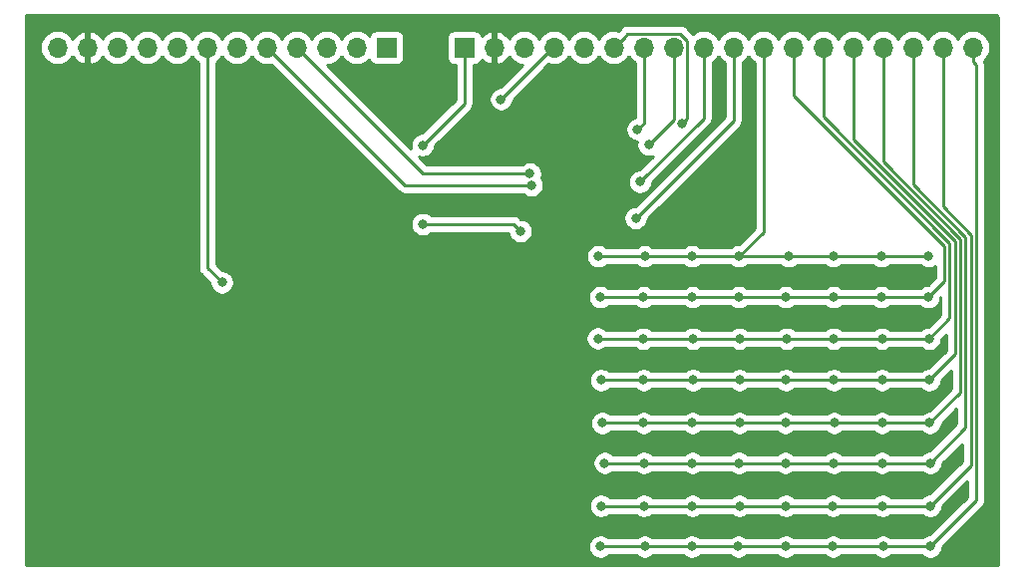
<source format=gbr>
G04 #@! TF.GenerationSoftware,KiCad,Pcbnew,5.1.2*
G04 #@! TF.CreationDate,2019-05-22T13:27:26-05:00*
G04 #@! TF.ProjectId,SM16106,534d3136-3130-4362-9e6b-696361645f70,rev?*
G04 #@! TF.SameCoordinates,Original*
G04 #@! TF.FileFunction,Copper,L2,Bot*
G04 #@! TF.FilePolarity,Positive*
%FSLAX46Y46*%
G04 Gerber Fmt 4.6, Leading zero omitted, Abs format (unit mm)*
G04 Created by KiCad (PCBNEW 5.1.2) date 2019-05-22 13:27:26*
%MOMM*%
%LPD*%
G04 APERTURE LIST*
%ADD10R,1.700000X1.700000*%
%ADD11O,1.700000X1.700000*%
%ADD12C,0.800000*%
%ADD13C,0.250000*%
%ADD14C,0.254000*%
G04 APERTURE END LIST*
D10*
X147090000Y-65600000D03*
D11*
X144550000Y-65600000D03*
X142010000Y-65600000D03*
X139470000Y-65600000D03*
X136930000Y-65600000D03*
X134390000Y-65600000D03*
X131850000Y-65600000D03*
X129310000Y-65600000D03*
X126770000Y-65600000D03*
X124230000Y-65600000D03*
X121690000Y-65600000D03*
X119150000Y-65600000D03*
D10*
X153680000Y-65600000D03*
D11*
X156220000Y-65600000D03*
X158760000Y-65600000D03*
X161300000Y-65600000D03*
X163840000Y-65600000D03*
X166380000Y-65600000D03*
X168920000Y-65600000D03*
X171460000Y-65600000D03*
X174000000Y-65600000D03*
X176540000Y-65600000D03*
X179080000Y-65600000D03*
X181620000Y-65600000D03*
X184160000Y-65600000D03*
X186700000Y-65600000D03*
X189240000Y-65600000D03*
X191780000Y-65600000D03*
X194320000Y-65600000D03*
X196860000Y-65600000D03*
D12*
X150150000Y-73900000D03*
X150150000Y-80600000D03*
X158450000Y-81200000D03*
X135300000Y-69550000D03*
X130400000Y-69900000D03*
X148200000Y-69150000D03*
X149400000Y-71250000D03*
X130050000Y-81550000D03*
X163500000Y-77800000D03*
X168250000Y-80100000D03*
X165063084Y-83336916D03*
X193113084Y-83336916D03*
X189113084Y-83336916D03*
X185013084Y-83336916D03*
X181213084Y-83336916D03*
X177013084Y-83336916D03*
X173013084Y-83336916D03*
X169013084Y-83336916D03*
X165250000Y-86800000D03*
X168900000Y-86800000D03*
X173050000Y-86800000D03*
X177000000Y-86800000D03*
X181000000Y-86800000D03*
X185050000Y-86800000D03*
X189100000Y-86800000D03*
X193100000Y-86800000D03*
X165021917Y-90321917D03*
X193150000Y-90350000D03*
X189150000Y-90350000D03*
X185050000Y-90350000D03*
X181050000Y-90350000D03*
X177050000Y-90350000D03*
X173100000Y-90350000D03*
X168850000Y-90350000D03*
X165300000Y-93850000D03*
X193150000Y-93850000D03*
X189150000Y-93850000D03*
X185050000Y-93850000D03*
X181000000Y-93850000D03*
X177050000Y-93850000D03*
X173100000Y-93850000D03*
X168900000Y-93850000D03*
X165400000Y-97500000D03*
X193200000Y-97500000D03*
X189150000Y-97500000D03*
X185100000Y-97500000D03*
X180950000Y-97500000D03*
X177050000Y-97500000D03*
X173050000Y-97500000D03*
X168900000Y-97500000D03*
X165600000Y-100900000D03*
X193250000Y-100900000D03*
X189150000Y-100900000D03*
X185050000Y-100900000D03*
X180950000Y-100900000D03*
X168950000Y-100900000D03*
X173050000Y-100900000D03*
X177000000Y-100900000D03*
X165300000Y-104550000D03*
X168950000Y-104550000D03*
X173050000Y-104550000D03*
X177050000Y-104550000D03*
X181000000Y-104550000D03*
X185000000Y-104550000D03*
X189200000Y-104550000D03*
X193250000Y-104550000D03*
X165250000Y-108000000D03*
X169000000Y-108000000D03*
X173000000Y-108000000D03*
X176950000Y-108000000D03*
X181000000Y-108000000D03*
X185000000Y-108000000D03*
X189250000Y-108000000D03*
X193250000Y-108000000D03*
X168600000Y-77000000D03*
X169350000Y-73850000D03*
X168400000Y-72550000D03*
X172150000Y-72100000D03*
X156800000Y-70000000D03*
X159250000Y-76310609D03*
X159368297Y-77303589D03*
X133100000Y-85550000D03*
D13*
X153680000Y-65600000D02*
X153680000Y-70370000D01*
X153680000Y-70370000D02*
X150150000Y-73900000D01*
X150150000Y-80600000D02*
X157850000Y-80600000D01*
X157850000Y-80600000D02*
X158450000Y-81200000D01*
X176540000Y-71810000D02*
X176540000Y-65600000D01*
X168250000Y-80100000D02*
X176540000Y-71810000D01*
X165063084Y-83336916D02*
X169013084Y-83336916D01*
X189113084Y-83336916D02*
X193113084Y-83336916D01*
X185013084Y-83336916D02*
X189113084Y-83336916D01*
X181213084Y-83336916D02*
X185013084Y-83336916D01*
X177013084Y-83336916D02*
X181213084Y-83336916D01*
X173013084Y-83336916D02*
X177013084Y-83336916D01*
X169013084Y-83336916D02*
X173013084Y-83336916D01*
X179080000Y-81270000D02*
X179080000Y-65600000D01*
X177013084Y-83336916D02*
X179080000Y-81270000D01*
X165250000Y-86800000D02*
X168900000Y-86800000D01*
X168900000Y-86800000D02*
X173050000Y-86800000D01*
X173050000Y-86800000D02*
X177000000Y-86800000D01*
X177000000Y-86800000D02*
X181000000Y-86800000D01*
X181000000Y-86800000D02*
X185050000Y-86800000D01*
X185050000Y-86800000D02*
X189100000Y-86800000D01*
X189100000Y-86800000D02*
X193100000Y-86800000D01*
X181620000Y-69670000D02*
X181620000Y-65600000D01*
X194450000Y-82500000D02*
X181620000Y-69670000D01*
X193100000Y-86800000D02*
X194450000Y-85450000D01*
X194450000Y-85450000D02*
X194450000Y-82500000D01*
X165587602Y-90321917D02*
X165615685Y-90350000D01*
X165021917Y-90321917D02*
X165587602Y-90321917D01*
X165615685Y-90350000D02*
X168850000Y-90350000D01*
X189150000Y-90350000D02*
X193150000Y-90350000D01*
X185050000Y-90350000D02*
X189150000Y-90350000D01*
X181050000Y-90350000D02*
X185050000Y-90350000D01*
X177050000Y-90350000D02*
X181050000Y-90350000D01*
X173100000Y-90350000D02*
X177050000Y-90350000D01*
X168850000Y-90350000D02*
X173100000Y-90350000D01*
X184160000Y-71510000D02*
X184160000Y-65600000D01*
X194900009Y-82250009D02*
X184160000Y-71510000D01*
X193150000Y-90350000D02*
X194900009Y-88599991D01*
X194900009Y-88599991D02*
X194900009Y-82250009D01*
X165300000Y-93850000D02*
X165865685Y-93850000D01*
X165865685Y-93850000D02*
X168900000Y-93850000D01*
X189150000Y-93850000D02*
X193150000Y-93850000D01*
X185050000Y-93850000D02*
X189150000Y-93850000D01*
X181000000Y-93850000D02*
X185050000Y-93850000D01*
X177050000Y-93850000D02*
X181000000Y-93850000D01*
X173100000Y-93850000D02*
X177050000Y-93850000D01*
X168900000Y-93850000D02*
X173100000Y-93850000D01*
X195350018Y-91649982D02*
X195350018Y-82063608D01*
X193150000Y-93850000D02*
X195350018Y-91649982D01*
X186700000Y-73413590D02*
X186700000Y-65600000D01*
X195350018Y-82063608D02*
X186700000Y-73413590D01*
X165400000Y-97500000D02*
X168900000Y-97500000D01*
X189150000Y-97500000D02*
X193200000Y-97500000D01*
X185100000Y-97500000D02*
X189150000Y-97500000D01*
X180950000Y-97500000D02*
X185100000Y-97500000D01*
X177050000Y-97500000D02*
X180950000Y-97500000D01*
X173050000Y-97500000D02*
X177050000Y-97500000D01*
X168900000Y-97500000D02*
X173050000Y-97500000D01*
X195800028Y-94899972D02*
X195800027Y-81877207D01*
X193200000Y-97500000D02*
X195800028Y-94899972D01*
X189240000Y-75317180D02*
X189240000Y-65600000D01*
X195800027Y-81877207D02*
X189240000Y-75317180D01*
X165600000Y-100900000D02*
X168950000Y-100900000D01*
X189150000Y-100900000D02*
X193250000Y-100900000D01*
X185050000Y-100900000D02*
X189150000Y-100900000D01*
X180950000Y-100900000D02*
X185050000Y-100900000D01*
X168950000Y-100900000D02*
X173050000Y-100900000D01*
X173050000Y-100900000D02*
X177000000Y-100900000D01*
X177000000Y-100900000D02*
X180950000Y-100900000D01*
X196250036Y-97899964D02*
X196250036Y-81690806D01*
X193250000Y-100900000D02*
X196250036Y-97899964D01*
X191780000Y-77220770D02*
X191780000Y-65600000D01*
X196250036Y-81690806D02*
X191780000Y-77220770D01*
X165300000Y-104550000D02*
X168950000Y-104550000D01*
X168950000Y-104550000D02*
X173050000Y-104550000D01*
X173050000Y-104550000D02*
X177050000Y-104550000D01*
X177050000Y-104550000D02*
X181000000Y-104550000D01*
X181000000Y-104550000D02*
X185000000Y-104550000D01*
X185000000Y-104550000D02*
X189200000Y-104550000D01*
X189200000Y-104550000D02*
X193250000Y-104550000D01*
X196700046Y-101099954D02*
X196700045Y-81504405D01*
X193250000Y-104550000D02*
X196700046Y-101099954D01*
X194320000Y-79124360D02*
X194320000Y-65600000D01*
X196700045Y-81504405D02*
X194320000Y-79124360D01*
X165250000Y-108000000D02*
X169000000Y-108000000D01*
X169000000Y-108000000D02*
X173000000Y-108000000D01*
X173000000Y-108000000D02*
X176950000Y-108000000D01*
X176950000Y-108000000D02*
X181000000Y-108000000D01*
X181000000Y-108000000D02*
X185000000Y-108000000D01*
X185000000Y-108000000D02*
X189250000Y-108000000D01*
X189250000Y-108000000D02*
X193250000Y-108000000D01*
X196860000Y-66802081D02*
X196860000Y-65600000D01*
X197150055Y-67092136D02*
X196860000Y-66802081D01*
X197150055Y-104099945D02*
X197150055Y-67092136D01*
X193250000Y-108000000D02*
X197150055Y-104099945D01*
X174000000Y-71600000D02*
X174000000Y-65600000D01*
X168600000Y-77000000D02*
X174000000Y-71600000D01*
X171460000Y-71740000D02*
X171460000Y-65600000D01*
X169350000Y-73850000D02*
X171460000Y-71740000D01*
X168920000Y-72030000D02*
X168920000Y-65600000D01*
X168400000Y-72550000D02*
X168920000Y-72030000D01*
X167229999Y-64750001D02*
X166380000Y-65600000D01*
X167555001Y-64424999D02*
X167229999Y-64750001D01*
X172635001Y-65035999D02*
X172024001Y-64424999D01*
X172024001Y-64424999D02*
X167555001Y-64424999D01*
X172635001Y-71614999D02*
X172635001Y-65035999D01*
X172150000Y-72100000D02*
X172635001Y-71614999D01*
X161200000Y-65600000D02*
X161300000Y-65600000D01*
X156800000Y-70000000D02*
X161200000Y-65600000D01*
X150180609Y-76310609D02*
X139470000Y-65600000D01*
X159250000Y-76310609D02*
X150180609Y-76310609D01*
X148633589Y-77303589D02*
X136930000Y-65600000D01*
X159368297Y-77303589D02*
X148633589Y-77303589D01*
X131850000Y-84300000D02*
X131850000Y-65600000D01*
X133100000Y-85550000D02*
X131850000Y-84300000D01*
D14*
G36*
X198845999Y-62867675D02*
G01*
X198890250Y-62881035D01*
X198931063Y-62902736D01*
X198966883Y-62931949D01*
X198996347Y-62967566D01*
X199018328Y-63008220D01*
X199031997Y-63052377D01*
X199040000Y-63128518D01*
X199040001Y-109467714D01*
X199036134Y-109507152D01*
X199034055Y-109514038D01*
X199030680Y-109520386D01*
X199026140Y-109525953D01*
X199020600Y-109530536D01*
X199014271Y-109533958D01*
X199007408Y-109536082D01*
X198970133Y-109540000D01*
X116460000Y-109540000D01*
X116460000Y-65600000D01*
X117657815Y-65600000D01*
X117686487Y-65891111D01*
X117771401Y-66171034D01*
X117909294Y-66429014D01*
X118094866Y-66655134D01*
X118320986Y-66840706D01*
X118578966Y-66978599D01*
X118858889Y-67063513D01*
X119077050Y-67085000D01*
X119222950Y-67085000D01*
X119441111Y-67063513D01*
X119721034Y-66978599D01*
X119979014Y-66840706D01*
X120205134Y-66655134D01*
X120390706Y-66429014D01*
X120425201Y-66364477D01*
X120494822Y-66481355D01*
X120689731Y-66697588D01*
X120923080Y-66871641D01*
X121185901Y-66996825D01*
X121333110Y-67041476D01*
X121563000Y-66920155D01*
X121563000Y-65727000D01*
X121543000Y-65727000D01*
X121543000Y-65473000D01*
X121563000Y-65473000D01*
X121563000Y-64279845D01*
X121817000Y-64279845D01*
X121817000Y-65473000D01*
X121837000Y-65473000D01*
X121837000Y-65727000D01*
X121817000Y-65727000D01*
X121817000Y-66920155D01*
X122046890Y-67041476D01*
X122194099Y-66996825D01*
X122456920Y-66871641D01*
X122690269Y-66697588D01*
X122885178Y-66481355D01*
X122954799Y-66364477D01*
X122989294Y-66429014D01*
X123174866Y-66655134D01*
X123400986Y-66840706D01*
X123658966Y-66978599D01*
X123938889Y-67063513D01*
X124157050Y-67085000D01*
X124302950Y-67085000D01*
X124521111Y-67063513D01*
X124801034Y-66978599D01*
X125059014Y-66840706D01*
X125285134Y-66655134D01*
X125470706Y-66429014D01*
X125500000Y-66374209D01*
X125529294Y-66429014D01*
X125714866Y-66655134D01*
X125940986Y-66840706D01*
X126198966Y-66978599D01*
X126478889Y-67063513D01*
X126697050Y-67085000D01*
X126842950Y-67085000D01*
X127061111Y-67063513D01*
X127341034Y-66978599D01*
X127599014Y-66840706D01*
X127825134Y-66655134D01*
X128010706Y-66429014D01*
X128040000Y-66374209D01*
X128069294Y-66429014D01*
X128254866Y-66655134D01*
X128480986Y-66840706D01*
X128738966Y-66978599D01*
X129018889Y-67063513D01*
X129237050Y-67085000D01*
X129382950Y-67085000D01*
X129601111Y-67063513D01*
X129881034Y-66978599D01*
X130139014Y-66840706D01*
X130365134Y-66655134D01*
X130550706Y-66429014D01*
X130580000Y-66374209D01*
X130609294Y-66429014D01*
X130794866Y-66655134D01*
X131020986Y-66840706D01*
X131090001Y-66877595D01*
X131090000Y-84262678D01*
X131086324Y-84300000D01*
X131090000Y-84337322D01*
X131090000Y-84337332D01*
X131100997Y-84448985D01*
X131133087Y-84554774D01*
X131144454Y-84592246D01*
X131215026Y-84724276D01*
X131254871Y-84772826D01*
X131309999Y-84840001D01*
X131339003Y-84863804D01*
X132065000Y-85589802D01*
X132065000Y-85651939D01*
X132104774Y-85851898D01*
X132182795Y-86040256D01*
X132296063Y-86209774D01*
X132440226Y-86353937D01*
X132609744Y-86467205D01*
X132798102Y-86545226D01*
X132998061Y-86585000D01*
X133201939Y-86585000D01*
X133401898Y-86545226D01*
X133590256Y-86467205D01*
X133759774Y-86353937D01*
X133903937Y-86209774D01*
X134017205Y-86040256D01*
X134095226Y-85851898D01*
X134135000Y-85651939D01*
X134135000Y-85448061D01*
X134095226Y-85248102D01*
X134017205Y-85059744D01*
X133903937Y-84890226D01*
X133759774Y-84746063D01*
X133590256Y-84632795D01*
X133401898Y-84554774D01*
X133201939Y-84515000D01*
X133139802Y-84515000D01*
X132610000Y-83985199D01*
X132610000Y-80498061D01*
X149115000Y-80498061D01*
X149115000Y-80701939D01*
X149154774Y-80901898D01*
X149232795Y-81090256D01*
X149346063Y-81259774D01*
X149490226Y-81403937D01*
X149659744Y-81517205D01*
X149848102Y-81595226D01*
X150048061Y-81635000D01*
X150251939Y-81635000D01*
X150451898Y-81595226D01*
X150640256Y-81517205D01*
X150809774Y-81403937D01*
X150853711Y-81360000D01*
X157426549Y-81360000D01*
X157454774Y-81501898D01*
X157532795Y-81690256D01*
X157646063Y-81859774D01*
X157790226Y-82003937D01*
X157959744Y-82117205D01*
X158148102Y-82195226D01*
X158348061Y-82235000D01*
X158551939Y-82235000D01*
X158751898Y-82195226D01*
X158940256Y-82117205D01*
X159109774Y-82003937D01*
X159253937Y-81859774D01*
X159367205Y-81690256D01*
X159445226Y-81501898D01*
X159485000Y-81301939D01*
X159485000Y-81098061D01*
X159445226Y-80898102D01*
X159367205Y-80709744D01*
X159253937Y-80540226D01*
X159109774Y-80396063D01*
X158940256Y-80282795D01*
X158751898Y-80204774D01*
X158551939Y-80165000D01*
X158489801Y-80165000D01*
X158413803Y-80089002D01*
X158390001Y-80059999D01*
X158274276Y-79965026D01*
X158142247Y-79894454D01*
X157998986Y-79850997D01*
X157887333Y-79840000D01*
X157887322Y-79840000D01*
X157850000Y-79836324D01*
X157812678Y-79840000D01*
X150853711Y-79840000D01*
X150809774Y-79796063D01*
X150640256Y-79682795D01*
X150451898Y-79604774D01*
X150251939Y-79565000D01*
X150048061Y-79565000D01*
X149848102Y-79604774D01*
X149659744Y-79682795D01*
X149490226Y-79796063D01*
X149346063Y-79940226D01*
X149232795Y-80109744D01*
X149154774Y-80298102D01*
X149115000Y-80498061D01*
X132610000Y-80498061D01*
X132610000Y-66877595D01*
X132679014Y-66840706D01*
X132905134Y-66655134D01*
X133090706Y-66429014D01*
X133120000Y-66374209D01*
X133149294Y-66429014D01*
X133334866Y-66655134D01*
X133560986Y-66840706D01*
X133818966Y-66978599D01*
X134098889Y-67063513D01*
X134317050Y-67085000D01*
X134462950Y-67085000D01*
X134681111Y-67063513D01*
X134961034Y-66978599D01*
X135219014Y-66840706D01*
X135445134Y-66655134D01*
X135630706Y-66429014D01*
X135660000Y-66374209D01*
X135689294Y-66429014D01*
X135874866Y-66655134D01*
X136100986Y-66840706D01*
X136358966Y-66978599D01*
X136638889Y-67063513D01*
X136857050Y-67085000D01*
X137002950Y-67085000D01*
X137221111Y-67063513D01*
X137295996Y-67040797D01*
X148069790Y-77814592D01*
X148093588Y-77843590D01*
X148209313Y-77938563D01*
X148341342Y-78009135D01*
X148484603Y-78052592D01*
X148596256Y-78063589D01*
X148596265Y-78063589D01*
X148633588Y-78067265D01*
X148670911Y-78063589D01*
X158664586Y-78063589D01*
X158708523Y-78107526D01*
X158878041Y-78220794D01*
X159066399Y-78298815D01*
X159266358Y-78338589D01*
X159470236Y-78338589D01*
X159670195Y-78298815D01*
X159858553Y-78220794D01*
X160028071Y-78107526D01*
X160172234Y-77963363D01*
X160285502Y-77793845D01*
X160363523Y-77605487D01*
X160403297Y-77405528D01*
X160403297Y-77201650D01*
X160363523Y-77001691D01*
X160285502Y-76813333D01*
X160209287Y-76699270D01*
X160245226Y-76612507D01*
X160285000Y-76412548D01*
X160285000Y-76208670D01*
X160245226Y-76008711D01*
X160167205Y-75820353D01*
X160053937Y-75650835D01*
X159909774Y-75506672D01*
X159740256Y-75393404D01*
X159551898Y-75315383D01*
X159351939Y-75275609D01*
X159148061Y-75275609D01*
X158948102Y-75315383D01*
X158759744Y-75393404D01*
X158590226Y-75506672D01*
X158546289Y-75550609D01*
X150495411Y-75550609D01*
X149834319Y-74889517D01*
X149848102Y-74895226D01*
X150048061Y-74935000D01*
X150251939Y-74935000D01*
X150451898Y-74895226D01*
X150640256Y-74817205D01*
X150809774Y-74703937D01*
X150953937Y-74559774D01*
X151067205Y-74390256D01*
X151145226Y-74201898D01*
X151185000Y-74001939D01*
X151185000Y-73939801D01*
X154191003Y-70933799D01*
X154220001Y-70910001D01*
X154268157Y-70851323D01*
X154314974Y-70794277D01*
X154385546Y-70662247D01*
X154415409Y-70563799D01*
X154429003Y-70518986D01*
X154440000Y-70407333D01*
X154440000Y-70407323D01*
X154443676Y-70370000D01*
X154440000Y-70332677D01*
X154440000Y-69898061D01*
X155765000Y-69898061D01*
X155765000Y-70101939D01*
X155804774Y-70301898D01*
X155882795Y-70490256D01*
X155996063Y-70659774D01*
X156140226Y-70803937D01*
X156309744Y-70917205D01*
X156498102Y-70995226D01*
X156698061Y-71035000D01*
X156901939Y-71035000D01*
X157101898Y-70995226D01*
X157290256Y-70917205D01*
X157459774Y-70803937D01*
X157603937Y-70659774D01*
X157717205Y-70490256D01*
X157795226Y-70301898D01*
X157835000Y-70101939D01*
X157835000Y-70039801D01*
X160857279Y-67017523D01*
X161008889Y-67063513D01*
X161227050Y-67085000D01*
X161372950Y-67085000D01*
X161591111Y-67063513D01*
X161871034Y-66978599D01*
X162129014Y-66840706D01*
X162355134Y-66655134D01*
X162540706Y-66429014D01*
X162570000Y-66374209D01*
X162599294Y-66429014D01*
X162784866Y-66655134D01*
X163010986Y-66840706D01*
X163268966Y-66978599D01*
X163548889Y-67063513D01*
X163767050Y-67085000D01*
X163912950Y-67085000D01*
X164131111Y-67063513D01*
X164411034Y-66978599D01*
X164669014Y-66840706D01*
X164895134Y-66655134D01*
X165080706Y-66429014D01*
X165110000Y-66374209D01*
X165139294Y-66429014D01*
X165324866Y-66655134D01*
X165550986Y-66840706D01*
X165808966Y-66978599D01*
X166088889Y-67063513D01*
X166307050Y-67085000D01*
X166452950Y-67085000D01*
X166671111Y-67063513D01*
X166951034Y-66978599D01*
X167209014Y-66840706D01*
X167435134Y-66655134D01*
X167620706Y-66429014D01*
X167650000Y-66374209D01*
X167679294Y-66429014D01*
X167864866Y-66655134D01*
X168090986Y-66840706D01*
X168160001Y-66877595D01*
X168160000Y-71542462D01*
X168098102Y-71554774D01*
X167909744Y-71632795D01*
X167740226Y-71746063D01*
X167596063Y-71890226D01*
X167482795Y-72059744D01*
X167404774Y-72248102D01*
X167365000Y-72448061D01*
X167365000Y-72651939D01*
X167404774Y-72851898D01*
X167482795Y-73040256D01*
X167596063Y-73209774D01*
X167740226Y-73353937D01*
X167909744Y-73467205D01*
X168098102Y-73545226D01*
X168298061Y-73585000D01*
X168347435Y-73585000D01*
X168315000Y-73748061D01*
X168315000Y-73951939D01*
X168354774Y-74151898D01*
X168432795Y-74340256D01*
X168546063Y-74509774D01*
X168690226Y-74653937D01*
X168859744Y-74767205D01*
X169048102Y-74845226D01*
X169248061Y-74885000D01*
X169451939Y-74885000D01*
X169651898Y-74845226D01*
X169699825Y-74825374D01*
X168560199Y-75965000D01*
X168498061Y-75965000D01*
X168298102Y-76004774D01*
X168109744Y-76082795D01*
X167940226Y-76196063D01*
X167796063Y-76340226D01*
X167682795Y-76509744D01*
X167604774Y-76698102D01*
X167565000Y-76898061D01*
X167565000Y-77101939D01*
X167604774Y-77301898D01*
X167682795Y-77490256D01*
X167796063Y-77659774D01*
X167940226Y-77803937D01*
X168109744Y-77917205D01*
X168298102Y-77995226D01*
X168498061Y-78035000D01*
X168701939Y-78035000D01*
X168901898Y-77995226D01*
X169090256Y-77917205D01*
X169259774Y-77803937D01*
X169403937Y-77659774D01*
X169517205Y-77490256D01*
X169595226Y-77301898D01*
X169635000Y-77101939D01*
X169635000Y-77039801D01*
X174511004Y-72163798D01*
X174540001Y-72140001D01*
X174634974Y-72024276D01*
X174705546Y-71892247D01*
X174749003Y-71748986D01*
X174760000Y-71637333D01*
X174760000Y-71637324D01*
X174763676Y-71600001D01*
X174760000Y-71562678D01*
X174760000Y-66877595D01*
X174829014Y-66840706D01*
X175055134Y-66655134D01*
X175240706Y-66429014D01*
X175270000Y-66374209D01*
X175299294Y-66429014D01*
X175484866Y-66655134D01*
X175710986Y-66840706D01*
X175780001Y-66877595D01*
X175780000Y-71495197D01*
X168210199Y-79065000D01*
X168148061Y-79065000D01*
X167948102Y-79104774D01*
X167759744Y-79182795D01*
X167590226Y-79296063D01*
X167446063Y-79440226D01*
X167332795Y-79609744D01*
X167254774Y-79798102D01*
X167215000Y-79998061D01*
X167215000Y-80201939D01*
X167254774Y-80401898D01*
X167332795Y-80590256D01*
X167446063Y-80759774D01*
X167590226Y-80903937D01*
X167759744Y-81017205D01*
X167948102Y-81095226D01*
X168148061Y-81135000D01*
X168351939Y-81135000D01*
X168551898Y-81095226D01*
X168740256Y-81017205D01*
X168909774Y-80903937D01*
X169053937Y-80759774D01*
X169167205Y-80590256D01*
X169245226Y-80401898D01*
X169285000Y-80201939D01*
X169285000Y-80139801D01*
X177051009Y-72373794D01*
X177080001Y-72350001D01*
X177103795Y-72321008D01*
X177103799Y-72321004D01*
X177174973Y-72234277D01*
X177174974Y-72234276D01*
X177245546Y-72102247D01*
X177289003Y-71958986D01*
X177300000Y-71847333D01*
X177300000Y-71847324D01*
X177303676Y-71810001D01*
X177300000Y-71772678D01*
X177300000Y-66877595D01*
X177369014Y-66840706D01*
X177595134Y-66655134D01*
X177780706Y-66429014D01*
X177810000Y-66374209D01*
X177839294Y-66429014D01*
X178024866Y-66655134D01*
X178250986Y-66840706D01*
X178320001Y-66877595D01*
X178320000Y-80955198D01*
X176973283Y-82301916D01*
X176911145Y-82301916D01*
X176711186Y-82341690D01*
X176522828Y-82419711D01*
X176353310Y-82532979D01*
X176309373Y-82576916D01*
X173716795Y-82576916D01*
X173672858Y-82532979D01*
X173503340Y-82419711D01*
X173314982Y-82341690D01*
X173115023Y-82301916D01*
X172911145Y-82301916D01*
X172711186Y-82341690D01*
X172522828Y-82419711D01*
X172353310Y-82532979D01*
X172309373Y-82576916D01*
X169716795Y-82576916D01*
X169672858Y-82532979D01*
X169503340Y-82419711D01*
X169314982Y-82341690D01*
X169115023Y-82301916D01*
X168911145Y-82301916D01*
X168711186Y-82341690D01*
X168522828Y-82419711D01*
X168353310Y-82532979D01*
X168309373Y-82576916D01*
X165766795Y-82576916D01*
X165722858Y-82532979D01*
X165553340Y-82419711D01*
X165364982Y-82341690D01*
X165165023Y-82301916D01*
X164961145Y-82301916D01*
X164761186Y-82341690D01*
X164572828Y-82419711D01*
X164403310Y-82532979D01*
X164259147Y-82677142D01*
X164145879Y-82846660D01*
X164067858Y-83035018D01*
X164028084Y-83234977D01*
X164028084Y-83438855D01*
X164067858Y-83638814D01*
X164145879Y-83827172D01*
X164259147Y-83996690D01*
X164403310Y-84140853D01*
X164572828Y-84254121D01*
X164761186Y-84332142D01*
X164961145Y-84371916D01*
X165165023Y-84371916D01*
X165364982Y-84332142D01*
X165553340Y-84254121D01*
X165722858Y-84140853D01*
X165766795Y-84096916D01*
X168309373Y-84096916D01*
X168353310Y-84140853D01*
X168522828Y-84254121D01*
X168711186Y-84332142D01*
X168911145Y-84371916D01*
X169115023Y-84371916D01*
X169314982Y-84332142D01*
X169503340Y-84254121D01*
X169672858Y-84140853D01*
X169716795Y-84096916D01*
X172309373Y-84096916D01*
X172353310Y-84140853D01*
X172522828Y-84254121D01*
X172711186Y-84332142D01*
X172911145Y-84371916D01*
X173115023Y-84371916D01*
X173314982Y-84332142D01*
X173503340Y-84254121D01*
X173672858Y-84140853D01*
X173716795Y-84096916D01*
X176309373Y-84096916D01*
X176353310Y-84140853D01*
X176522828Y-84254121D01*
X176711186Y-84332142D01*
X176911145Y-84371916D01*
X177115023Y-84371916D01*
X177314982Y-84332142D01*
X177503340Y-84254121D01*
X177672858Y-84140853D01*
X177716795Y-84096916D01*
X180509373Y-84096916D01*
X180553310Y-84140853D01*
X180722828Y-84254121D01*
X180911186Y-84332142D01*
X181111145Y-84371916D01*
X181315023Y-84371916D01*
X181514982Y-84332142D01*
X181703340Y-84254121D01*
X181872858Y-84140853D01*
X181916795Y-84096916D01*
X184309373Y-84096916D01*
X184353310Y-84140853D01*
X184522828Y-84254121D01*
X184711186Y-84332142D01*
X184911145Y-84371916D01*
X185115023Y-84371916D01*
X185314982Y-84332142D01*
X185503340Y-84254121D01*
X185672858Y-84140853D01*
X185716795Y-84096916D01*
X188409373Y-84096916D01*
X188453310Y-84140853D01*
X188622828Y-84254121D01*
X188811186Y-84332142D01*
X189011145Y-84371916D01*
X189215023Y-84371916D01*
X189414982Y-84332142D01*
X189603340Y-84254121D01*
X189772858Y-84140853D01*
X189816795Y-84096916D01*
X192409373Y-84096916D01*
X192453310Y-84140853D01*
X192622828Y-84254121D01*
X192811186Y-84332142D01*
X193011145Y-84371916D01*
X193215023Y-84371916D01*
X193414982Y-84332142D01*
X193603340Y-84254121D01*
X193690000Y-84196217D01*
X193690000Y-85135198D01*
X193060199Y-85765000D01*
X192998061Y-85765000D01*
X192798102Y-85804774D01*
X192609744Y-85882795D01*
X192440226Y-85996063D01*
X192396289Y-86040000D01*
X189803711Y-86040000D01*
X189759774Y-85996063D01*
X189590256Y-85882795D01*
X189401898Y-85804774D01*
X189201939Y-85765000D01*
X188998061Y-85765000D01*
X188798102Y-85804774D01*
X188609744Y-85882795D01*
X188440226Y-85996063D01*
X188396289Y-86040000D01*
X185753711Y-86040000D01*
X185709774Y-85996063D01*
X185540256Y-85882795D01*
X185351898Y-85804774D01*
X185151939Y-85765000D01*
X184948061Y-85765000D01*
X184748102Y-85804774D01*
X184559744Y-85882795D01*
X184390226Y-85996063D01*
X184346289Y-86040000D01*
X181703711Y-86040000D01*
X181659774Y-85996063D01*
X181490256Y-85882795D01*
X181301898Y-85804774D01*
X181101939Y-85765000D01*
X180898061Y-85765000D01*
X180698102Y-85804774D01*
X180509744Y-85882795D01*
X180340226Y-85996063D01*
X180296289Y-86040000D01*
X177703711Y-86040000D01*
X177659774Y-85996063D01*
X177490256Y-85882795D01*
X177301898Y-85804774D01*
X177101939Y-85765000D01*
X176898061Y-85765000D01*
X176698102Y-85804774D01*
X176509744Y-85882795D01*
X176340226Y-85996063D01*
X176296289Y-86040000D01*
X173753711Y-86040000D01*
X173709774Y-85996063D01*
X173540256Y-85882795D01*
X173351898Y-85804774D01*
X173151939Y-85765000D01*
X172948061Y-85765000D01*
X172748102Y-85804774D01*
X172559744Y-85882795D01*
X172390226Y-85996063D01*
X172346289Y-86040000D01*
X169603711Y-86040000D01*
X169559774Y-85996063D01*
X169390256Y-85882795D01*
X169201898Y-85804774D01*
X169001939Y-85765000D01*
X168798061Y-85765000D01*
X168598102Y-85804774D01*
X168409744Y-85882795D01*
X168240226Y-85996063D01*
X168196289Y-86040000D01*
X165953711Y-86040000D01*
X165909774Y-85996063D01*
X165740256Y-85882795D01*
X165551898Y-85804774D01*
X165351939Y-85765000D01*
X165148061Y-85765000D01*
X164948102Y-85804774D01*
X164759744Y-85882795D01*
X164590226Y-85996063D01*
X164446063Y-86140226D01*
X164332795Y-86309744D01*
X164254774Y-86498102D01*
X164215000Y-86698061D01*
X164215000Y-86901939D01*
X164254774Y-87101898D01*
X164332795Y-87290256D01*
X164446063Y-87459774D01*
X164590226Y-87603937D01*
X164759744Y-87717205D01*
X164948102Y-87795226D01*
X165148061Y-87835000D01*
X165351939Y-87835000D01*
X165551898Y-87795226D01*
X165740256Y-87717205D01*
X165909774Y-87603937D01*
X165953711Y-87560000D01*
X168196289Y-87560000D01*
X168240226Y-87603937D01*
X168409744Y-87717205D01*
X168598102Y-87795226D01*
X168798061Y-87835000D01*
X169001939Y-87835000D01*
X169201898Y-87795226D01*
X169390256Y-87717205D01*
X169559774Y-87603937D01*
X169603711Y-87560000D01*
X172346289Y-87560000D01*
X172390226Y-87603937D01*
X172559744Y-87717205D01*
X172748102Y-87795226D01*
X172948061Y-87835000D01*
X173151939Y-87835000D01*
X173351898Y-87795226D01*
X173540256Y-87717205D01*
X173709774Y-87603937D01*
X173753711Y-87560000D01*
X176296289Y-87560000D01*
X176340226Y-87603937D01*
X176509744Y-87717205D01*
X176698102Y-87795226D01*
X176898061Y-87835000D01*
X177101939Y-87835000D01*
X177301898Y-87795226D01*
X177490256Y-87717205D01*
X177659774Y-87603937D01*
X177703711Y-87560000D01*
X180296289Y-87560000D01*
X180340226Y-87603937D01*
X180509744Y-87717205D01*
X180698102Y-87795226D01*
X180898061Y-87835000D01*
X181101939Y-87835000D01*
X181301898Y-87795226D01*
X181490256Y-87717205D01*
X181659774Y-87603937D01*
X181703711Y-87560000D01*
X184346289Y-87560000D01*
X184390226Y-87603937D01*
X184559744Y-87717205D01*
X184748102Y-87795226D01*
X184948061Y-87835000D01*
X185151939Y-87835000D01*
X185351898Y-87795226D01*
X185540256Y-87717205D01*
X185709774Y-87603937D01*
X185753711Y-87560000D01*
X188396289Y-87560000D01*
X188440226Y-87603937D01*
X188609744Y-87717205D01*
X188798102Y-87795226D01*
X188998061Y-87835000D01*
X189201939Y-87835000D01*
X189401898Y-87795226D01*
X189590256Y-87717205D01*
X189759774Y-87603937D01*
X189803711Y-87560000D01*
X192396289Y-87560000D01*
X192440226Y-87603937D01*
X192609744Y-87717205D01*
X192798102Y-87795226D01*
X192998061Y-87835000D01*
X193201939Y-87835000D01*
X193401898Y-87795226D01*
X193590256Y-87717205D01*
X193759774Y-87603937D01*
X193903937Y-87459774D01*
X194017205Y-87290256D01*
X194095226Y-87101898D01*
X194135000Y-86901939D01*
X194135000Y-86839801D01*
X194140009Y-86834792D01*
X194140009Y-88285188D01*
X193110198Y-89315000D01*
X193048061Y-89315000D01*
X192848102Y-89354774D01*
X192659744Y-89432795D01*
X192490226Y-89546063D01*
X192446289Y-89590000D01*
X189853711Y-89590000D01*
X189809774Y-89546063D01*
X189640256Y-89432795D01*
X189451898Y-89354774D01*
X189251939Y-89315000D01*
X189048061Y-89315000D01*
X188848102Y-89354774D01*
X188659744Y-89432795D01*
X188490226Y-89546063D01*
X188446289Y-89590000D01*
X185753711Y-89590000D01*
X185709774Y-89546063D01*
X185540256Y-89432795D01*
X185351898Y-89354774D01*
X185151939Y-89315000D01*
X184948061Y-89315000D01*
X184748102Y-89354774D01*
X184559744Y-89432795D01*
X184390226Y-89546063D01*
X184346289Y-89590000D01*
X181753711Y-89590000D01*
X181709774Y-89546063D01*
X181540256Y-89432795D01*
X181351898Y-89354774D01*
X181151939Y-89315000D01*
X180948061Y-89315000D01*
X180748102Y-89354774D01*
X180559744Y-89432795D01*
X180390226Y-89546063D01*
X180346289Y-89590000D01*
X177753711Y-89590000D01*
X177709774Y-89546063D01*
X177540256Y-89432795D01*
X177351898Y-89354774D01*
X177151939Y-89315000D01*
X176948061Y-89315000D01*
X176748102Y-89354774D01*
X176559744Y-89432795D01*
X176390226Y-89546063D01*
X176346289Y-89590000D01*
X173803711Y-89590000D01*
X173759774Y-89546063D01*
X173590256Y-89432795D01*
X173401898Y-89354774D01*
X173201939Y-89315000D01*
X172998061Y-89315000D01*
X172798102Y-89354774D01*
X172609744Y-89432795D01*
X172440226Y-89546063D01*
X172396289Y-89590000D01*
X169553711Y-89590000D01*
X169509774Y-89546063D01*
X169340256Y-89432795D01*
X169151898Y-89354774D01*
X168951939Y-89315000D01*
X168748061Y-89315000D01*
X168548102Y-89354774D01*
X168359744Y-89432795D01*
X168190226Y-89546063D01*
X168146289Y-89590000D01*
X165792914Y-89590000D01*
X165736641Y-89572930D01*
X165681691Y-89517980D01*
X165512173Y-89404712D01*
X165323815Y-89326691D01*
X165123856Y-89286917D01*
X164919978Y-89286917D01*
X164720019Y-89326691D01*
X164531661Y-89404712D01*
X164362143Y-89517980D01*
X164217980Y-89662143D01*
X164104712Y-89831661D01*
X164026691Y-90020019D01*
X163986917Y-90219978D01*
X163986917Y-90423856D01*
X164026691Y-90623815D01*
X164104712Y-90812173D01*
X164217980Y-90981691D01*
X164362143Y-91125854D01*
X164531661Y-91239122D01*
X164720019Y-91317143D01*
X164919978Y-91356917D01*
X165123856Y-91356917D01*
X165323815Y-91317143D01*
X165512173Y-91239122D01*
X165681691Y-91125854D01*
X165697545Y-91110000D01*
X168146289Y-91110000D01*
X168190226Y-91153937D01*
X168359744Y-91267205D01*
X168548102Y-91345226D01*
X168748061Y-91385000D01*
X168951939Y-91385000D01*
X169151898Y-91345226D01*
X169340256Y-91267205D01*
X169509774Y-91153937D01*
X169553711Y-91110000D01*
X172396289Y-91110000D01*
X172440226Y-91153937D01*
X172609744Y-91267205D01*
X172798102Y-91345226D01*
X172998061Y-91385000D01*
X173201939Y-91385000D01*
X173401898Y-91345226D01*
X173590256Y-91267205D01*
X173759774Y-91153937D01*
X173803711Y-91110000D01*
X176346289Y-91110000D01*
X176390226Y-91153937D01*
X176559744Y-91267205D01*
X176748102Y-91345226D01*
X176948061Y-91385000D01*
X177151939Y-91385000D01*
X177351898Y-91345226D01*
X177540256Y-91267205D01*
X177709774Y-91153937D01*
X177753711Y-91110000D01*
X180346289Y-91110000D01*
X180390226Y-91153937D01*
X180559744Y-91267205D01*
X180748102Y-91345226D01*
X180948061Y-91385000D01*
X181151939Y-91385000D01*
X181351898Y-91345226D01*
X181540256Y-91267205D01*
X181709774Y-91153937D01*
X181753711Y-91110000D01*
X184346289Y-91110000D01*
X184390226Y-91153937D01*
X184559744Y-91267205D01*
X184748102Y-91345226D01*
X184948061Y-91385000D01*
X185151939Y-91385000D01*
X185351898Y-91345226D01*
X185540256Y-91267205D01*
X185709774Y-91153937D01*
X185753711Y-91110000D01*
X188446289Y-91110000D01*
X188490226Y-91153937D01*
X188659744Y-91267205D01*
X188848102Y-91345226D01*
X189048061Y-91385000D01*
X189251939Y-91385000D01*
X189451898Y-91345226D01*
X189640256Y-91267205D01*
X189809774Y-91153937D01*
X189853711Y-91110000D01*
X192446289Y-91110000D01*
X192490226Y-91153937D01*
X192659744Y-91267205D01*
X192848102Y-91345226D01*
X193048061Y-91385000D01*
X193251939Y-91385000D01*
X193451898Y-91345226D01*
X193640256Y-91267205D01*
X193809774Y-91153937D01*
X193953937Y-91009774D01*
X194067205Y-90840256D01*
X194145226Y-90651898D01*
X194185000Y-90451939D01*
X194185000Y-90389802D01*
X194590018Y-89984784D01*
X194590018Y-91335180D01*
X193110199Y-92815000D01*
X193048061Y-92815000D01*
X192848102Y-92854774D01*
X192659744Y-92932795D01*
X192490226Y-93046063D01*
X192446289Y-93090000D01*
X189853711Y-93090000D01*
X189809774Y-93046063D01*
X189640256Y-92932795D01*
X189451898Y-92854774D01*
X189251939Y-92815000D01*
X189048061Y-92815000D01*
X188848102Y-92854774D01*
X188659744Y-92932795D01*
X188490226Y-93046063D01*
X188446289Y-93090000D01*
X185753711Y-93090000D01*
X185709774Y-93046063D01*
X185540256Y-92932795D01*
X185351898Y-92854774D01*
X185151939Y-92815000D01*
X184948061Y-92815000D01*
X184748102Y-92854774D01*
X184559744Y-92932795D01*
X184390226Y-93046063D01*
X184346289Y-93090000D01*
X181703711Y-93090000D01*
X181659774Y-93046063D01*
X181490256Y-92932795D01*
X181301898Y-92854774D01*
X181101939Y-92815000D01*
X180898061Y-92815000D01*
X180698102Y-92854774D01*
X180509744Y-92932795D01*
X180340226Y-93046063D01*
X180296289Y-93090000D01*
X177753711Y-93090000D01*
X177709774Y-93046063D01*
X177540256Y-92932795D01*
X177351898Y-92854774D01*
X177151939Y-92815000D01*
X176948061Y-92815000D01*
X176748102Y-92854774D01*
X176559744Y-92932795D01*
X176390226Y-93046063D01*
X176346289Y-93090000D01*
X173803711Y-93090000D01*
X173759774Y-93046063D01*
X173590256Y-92932795D01*
X173401898Y-92854774D01*
X173201939Y-92815000D01*
X172998061Y-92815000D01*
X172798102Y-92854774D01*
X172609744Y-92932795D01*
X172440226Y-93046063D01*
X172396289Y-93090000D01*
X169603711Y-93090000D01*
X169559774Y-93046063D01*
X169390256Y-92932795D01*
X169201898Y-92854774D01*
X169001939Y-92815000D01*
X168798061Y-92815000D01*
X168598102Y-92854774D01*
X168409744Y-92932795D01*
X168240226Y-93046063D01*
X168196289Y-93090000D01*
X166003711Y-93090000D01*
X165959774Y-93046063D01*
X165790256Y-92932795D01*
X165601898Y-92854774D01*
X165401939Y-92815000D01*
X165198061Y-92815000D01*
X164998102Y-92854774D01*
X164809744Y-92932795D01*
X164640226Y-93046063D01*
X164496063Y-93190226D01*
X164382795Y-93359744D01*
X164304774Y-93548102D01*
X164265000Y-93748061D01*
X164265000Y-93951939D01*
X164304774Y-94151898D01*
X164382795Y-94340256D01*
X164496063Y-94509774D01*
X164640226Y-94653937D01*
X164809744Y-94767205D01*
X164998102Y-94845226D01*
X165198061Y-94885000D01*
X165401939Y-94885000D01*
X165601898Y-94845226D01*
X165790256Y-94767205D01*
X165959774Y-94653937D01*
X166003711Y-94610000D01*
X168196289Y-94610000D01*
X168240226Y-94653937D01*
X168409744Y-94767205D01*
X168598102Y-94845226D01*
X168798061Y-94885000D01*
X169001939Y-94885000D01*
X169201898Y-94845226D01*
X169390256Y-94767205D01*
X169559774Y-94653937D01*
X169603711Y-94610000D01*
X172396289Y-94610000D01*
X172440226Y-94653937D01*
X172609744Y-94767205D01*
X172798102Y-94845226D01*
X172998061Y-94885000D01*
X173201939Y-94885000D01*
X173401898Y-94845226D01*
X173590256Y-94767205D01*
X173759774Y-94653937D01*
X173803711Y-94610000D01*
X176346289Y-94610000D01*
X176390226Y-94653937D01*
X176559744Y-94767205D01*
X176748102Y-94845226D01*
X176948061Y-94885000D01*
X177151939Y-94885000D01*
X177351898Y-94845226D01*
X177540256Y-94767205D01*
X177709774Y-94653937D01*
X177753711Y-94610000D01*
X180296289Y-94610000D01*
X180340226Y-94653937D01*
X180509744Y-94767205D01*
X180698102Y-94845226D01*
X180898061Y-94885000D01*
X181101939Y-94885000D01*
X181301898Y-94845226D01*
X181490256Y-94767205D01*
X181659774Y-94653937D01*
X181703711Y-94610000D01*
X184346289Y-94610000D01*
X184390226Y-94653937D01*
X184559744Y-94767205D01*
X184748102Y-94845226D01*
X184948061Y-94885000D01*
X185151939Y-94885000D01*
X185351898Y-94845226D01*
X185540256Y-94767205D01*
X185709774Y-94653937D01*
X185753711Y-94610000D01*
X188446289Y-94610000D01*
X188490226Y-94653937D01*
X188659744Y-94767205D01*
X188848102Y-94845226D01*
X189048061Y-94885000D01*
X189251939Y-94885000D01*
X189451898Y-94845226D01*
X189640256Y-94767205D01*
X189809774Y-94653937D01*
X189853711Y-94610000D01*
X192446289Y-94610000D01*
X192490226Y-94653937D01*
X192659744Y-94767205D01*
X192848102Y-94845226D01*
X193048061Y-94885000D01*
X193251939Y-94885000D01*
X193451898Y-94845226D01*
X193640256Y-94767205D01*
X193809774Y-94653937D01*
X193953937Y-94509774D01*
X194067205Y-94340256D01*
X194145226Y-94151898D01*
X194185000Y-93951939D01*
X194185000Y-93889801D01*
X195040029Y-93034773D01*
X195040029Y-94585169D01*
X193160199Y-96465000D01*
X193098061Y-96465000D01*
X192898102Y-96504774D01*
X192709744Y-96582795D01*
X192540226Y-96696063D01*
X192496289Y-96740000D01*
X189853711Y-96740000D01*
X189809774Y-96696063D01*
X189640256Y-96582795D01*
X189451898Y-96504774D01*
X189251939Y-96465000D01*
X189048061Y-96465000D01*
X188848102Y-96504774D01*
X188659744Y-96582795D01*
X188490226Y-96696063D01*
X188446289Y-96740000D01*
X185803711Y-96740000D01*
X185759774Y-96696063D01*
X185590256Y-96582795D01*
X185401898Y-96504774D01*
X185201939Y-96465000D01*
X184998061Y-96465000D01*
X184798102Y-96504774D01*
X184609744Y-96582795D01*
X184440226Y-96696063D01*
X184396289Y-96740000D01*
X181653711Y-96740000D01*
X181609774Y-96696063D01*
X181440256Y-96582795D01*
X181251898Y-96504774D01*
X181051939Y-96465000D01*
X180848061Y-96465000D01*
X180648102Y-96504774D01*
X180459744Y-96582795D01*
X180290226Y-96696063D01*
X180246289Y-96740000D01*
X177753711Y-96740000D01*
X177709774Y-96696063D01*
X177540256Y-96582795D01*
X177351898Y-96504774D01*
X177151939Y-96465000D01*
X176948061Y-96465000D01*
X176748102Y-96504774D01*
X176559744Y-96582795D01*
X176390226Y-96696063D01*
X176346289Y-96740000D01*
X173753711Y-96740000D01*
X173709774Y-96696063D01*
X173540256Y-96582795D01*
X173351898Y-96504774D01*
X173151939Y-96465000D01*
X172948061Y-96465000D01*
X172748102Y-96504774D01*
X172559744Y-96582795D01*
X172390226Y-96696063D01*
X172346289Y-96740000D01*
X169603711Y-96740000D01*
X169559774Y-96696063D01*
X169390256Y-96582795D01*
X169201898Y-96504774D01*
X169001939Y-96465000D01*
X168798061Y-96465000D01*
X168598102Y-96504774D01*
X168409744Y-96582795D01*
X168240226Y-96696063D01*
X168196289Y-96740000D01*
X166103711Y-96740000D01*
X166059774Y-96696063D01*
X165890256Y-96582795D01*
X165701898Y-96504774D01*
X165501939Y-96465000D01*
X165298061Y-96465000D01*
X165098102Y-96504774D01*
X164909744Y-96582795D01*
X164740226Y-96696063D01*
X164596063Y-96840226D01*
X164482795Y-97009744D01*
X164404774Y-97198102D01*
X164365000Y-97398061D01*
X164365000Y-97601939D01*
X164404774Y-97801898D01*
X164482795Y-97990256D01*
X164596063Y-98159774D01*
X164740226Y-98303937D01*
X164909744Y-98417205D01*
X165098102Y-98495226D01*
X165298061Y-98535000D01*
X165501939Y-98535000D01*
X165701898Y-98495226D01*
X165890256Y-98417205D01*
X166059774Y-98303937D01*
X166103711Y-98260000D01*
X168196289Y-98260000D01*
X168240226Y-98303937D01*
X168409744Y-98417205D01*
X168598102Y-98495226D01*
X168798061Y-98535000D01*
X169001939Y-98535000D01*
X169201898Y-98495226D01*
X169390256Y-98417205D01*
X169559774Y-98303937D01*
X169603711Y-98260000D01*
X172346289Y-98260000D01*
X172390226Y-98303937D01*
X172559744Y-98417205D01*
X172748102Y-98495226D01*
X172948061Y-98535000D01*
X173151939Y-98535000D01*
X173351898Y-98495226D01*
X173540256Y-98417205D01*
X173709774Y-98303937D01*
X173753711Y-98260000D01*
X176346289Y-98260000D01*
X176390226Y-98303937D01*
X176559744Y-98417205D01*
X176748102Y-98495226D01*
X176948061Y-98535000D01*
X177151939Y-98535000D01*
X177351898Y-98495226D01*
X177540256Y-98417205D01*
X177709774Y-98303937D01*
X177753711Y-98260000D01*
X180246289Y-98260000D01*
X180290226Y-98303937D01*
X180459744Y-98417205D01*
X180648102Y-98495226D01*
X180848061Y-98535000D01*
X181051939Y-98535000D01*
X181251898Y-98495226D01*
X181440256Y-98417205D01*
X181609774Y-98303937D01*
X181653711Y-98260000D01*
X184396289Y-98260000D01*
X184440226Y-98303937D01*
X184609744Y-98417205D01*
X184798102Y-98495226D01*
X184998061Y-98535000D01*
X185201939Y-98535000D01*
X185401898Y-98495226D01*
X185590256Y-98417205D01*
X185759774Y-98303937D01*
X185803711Y-98260000D01*
X188446289Y-98260000D01*
X188490226Y-98303937D01*
X188659744Y-98417205D01*
X188848102Y-98495226D01*
X189048061Y-98535000D01*
X189251939Y-98535000D01*
X189451898Y-98495226D01*
X189640256Y-98417205D01*
X189809774Y-98303937D01*
X189853711Y-98260000D01*
X192496289Y-98260000D01*
X192540226Y-98303937D01*
X192709744Y-98417205D01*
X192898102Y-98495226D01*
X193098061Y-98535000D01*
X193301939Y-98535000D01*
X193501898Y-98495226D01*
X193690256Y-98417205D01*
X193859774Y-98303937D01*
X194003937Y-98159774D01*
X194117205Y-97990256D01*
X194195226Y-97801898D01*
X194235000Y-97601939D01*
X194235000Y-97539801D01*
X195490036Y-96284766D01*
X195490036Y-97585162D01*
X193210199Y-99865000D01*
X193148061Y-99865000D01*
X192948102Y-99904774D01*
X192759744Y-99982795D01*
X192590226Y-100096063D01*
X192546289Y-100140000D01*
X189853711Y-100140000D01*
X189809774Y-100096063D01*
X189640256Y-99982795D01*
X189451898Y-99904774D01*
X189251939Y-99865000D01*
X189048061Y-99865000D01*
X188848102Y-99904774D01*
X188659744Y-99982795D01*
X188490226Y-100096063D01*
X188446289Y-100140000D01*
X185753711Y-100140000D01*
X185709774Y-100096063D01*
X185540256Y-99982795D01*
X185351898Y-99904774D01*
X185151939Y-99865000D01*
X184948061Y-99865000D01*
X184748102Y-99904774D01*
X184559744Y-99982795D01*
X184390226Y-100096063D01*
X184346289Y-100140000D01*
X181653711Y-100140000D01*
X181609774Y-100096063D01*
X181440256Y-99982795D01*
X181251898Y-99904774D01*
X181051939Y-99865000D01*
X180848061Y-99865000D01*
X180648102Y-99904774D01*
X180459744Y-99982795D01*
X180290226Y-100096063D01*
X180246289Y-100140000D01*
X177703711Y-100140000D01*
X177659774Y-100096063D01*
X177490256Y-99982795D01*
X177301898Y-99904774D01*
X177101939Y-99865000D01*
X176898061Y-99865000D01*
X176698102Y-99904774D01*
X176509744Y-99982795D01*
X176340226Y-100096063D01*
X176296289Y-100140000D01*
X173753711Y-100140000D01*
X173709774Y-100096063D01*
X173540256Y-99982795D01*
X173351898Y-99904774D01*
X173151939Y-99865000D01*
X172948061Y-99865000D01*
X172748102Y-99904774D01*
X172559744Y-99982795D01*
X172390226Y-100096063D01*
X172346289Y-100140000D01*
X169653711Y-100140000D01*
X169609774Y-100096063D01*
X169440256Y-99982795D01*
X169251898Y-99904774D01*
X169051939Y-99865000D01*
X168848061Y-99865000D01*
X168648102Y-99904774D01*
X168459744Y-99982795D01*
X168290226Y-100096063D01*
X168246289Y-100140000D01*
X166303711Y-100140000D01*
X166259774Y-100096063D01*
X166090256Y-99982795D01*
X165901898Y-99904774D01*
X165701939Y-99865000D01*
X165498061Y-99865000D01*
X165298102Y-99904774D01*
X165109744Y-99982795D01*
X164940226Y-100096063D01*
X164796063Y-100240226D01*
X164682795Y-100409744D01*
X164604774Y-100598102D01*
X164565000Y-100798061D01*
X164565000Y-101001939D01*
X164604774Y-101201898D01*
X164682795Y-101390256D01*
X164796063Y-101559774D01*
X164940226Y-101703937D01*
X165109744Y-101817205D01*
X165298102Y-101895226D01*
X165498061Y-101935000D01*
X165701939Y-101935000D01*
X165901898Y-101895226D01*
X166090256Y-101817205D01*
X166259774Y-101703937D01*
X166303711Y-101660000D01*
X168246289Y-101660000D01*
X168290226Y-101703937D01*
X168459744Y-101817205D01*
X168648102Y-101895226D01*
X168848061Y-101935000D01*
X169051939Y-101935000D01*
X169251898Y-101895226D01*
X169440256Y-101817205D01*
X169609774Y-101703937D01*
X169653711Y-101660000D01*
X172346289Y-101660000D01*
X172390226Y-101703937D01*
X172559744Y-101817205D01*
X172748102Y-101895226D01*
X172948061Y-101935000D01*
X173151939Y-101935000D01*
X173351898Y-101895226D01*
X173540256Y-101817205D01*
X173709774Y-101703937D01*
X173753711Y-101660000D01*
X176296289Y-101660000D01*
X176340226Y-101703937D01*
X176509744Y-101817205D01*
X176698102Y-101895226D01*
X176898061Y-101935000D01*
X177101939Y-101935000D01*
X177301898Y-101895226D01*
X177490256Y-101817205D01*
X177659774Y-101703937D01*
X177703711Y-101660000D01*
X180246289Y-101660000D01*
X180290226Y-101703937D01*
X180459744Y-101817205D01*
X180648102Y-101895226D01*
X180848061Y-101935000D01*
X181051939Y-101935000D01*
X181251898Y-101895226D01*
X181440256Y-101817205D01*
X181609774Y-101703937D01*
X181653711Y-101660000D01*
X184346289Y-101660000D01*
X184390226Y-101703937D01*
X184559744Y-101817205D01*
X184748102Y-101895226D01*
X184948061Y-101935000D01*
X185151939Y-101935000D01*
X185351898Y-101895226D01*
X185540256Y-101817205D01*
X185709774Y-101703937D01*
X185753711Y-101660000D01*
X188446289Y-101660000D01*
X188490226Y-101703937D01*
X188659744Y-101817205D01*
X188848102Y-101895226D01*
X189048061Y-101935000D01*
X189251939Y-101935000D01*
X189451898Y-101895226D01*
X189640256Y-101817205D01*
X189809774Y-101703937D01*
X189853711Y-101660000D01*
X192546289Y-101660000D01*
X192590226Y-101703937D01*
X192759744Y-101817205D01*
X192948102Y-101895226D01*
X193148061Y-101935000D01*
X193351939Y-101935000D01*
X193551898Y-101895226D01*
X193740256Y-101817205D01*
X193909774Y-101703937D01*
X194053937Y-101559774D01*
X194167205Y-101390256D01*
X194245226Y-101201898D01*
X194285000Y-101001939D01*
X194285000Y-100939801D01*
X195940047Y-99284755D01*
X195940047Y-100785151D01*
X193210199Y-103515000D01*
X193148061Y-103515000D01*
X192948102Y-103554774D01*
X192759744Y-103632795D01*
X192590226Y-103746063D01*
X192546289Y-103790000D01*
X189903711Y-103790000D01*
X189859774Y-103746063D01*
X189690256Y-103632795D01*
X189501898Y-103554774D01*
X189301939Y-103515000D01*
X189098061Y-103515000D01*
X188898102Y-103554774D01*
X188709744Y-103632795D01*
X188540226Y-103746063D01*
X188496289Y-103790000D01*
X185703711Y-103790000D01*
X185659774Y-103746063D01*
X185490256Y-103632795D01*
X185301898Y-103554774D01*
X185101939Y-103515000D01*
X184898061Y-103515000D01*
X184698102Y-103554774D01*
X184509744Y-103632795D01*
X184340226Y-103746063D01*
X184296289Y-103790000D01*
X181703711Y-103790000D01*
X181659774Y-103746063D01*
X181490256Y-103632795D01*
X181301898Y-103554774D01*
X181101939Y-103515000D01*
X180898061Y-103515000D01*
X180698102Y-103554774D01*
X180509744Y-103632795D01*
X180340226Y-103746063D01*
X180296289Y-103790000D01*
X177753711Y-103790000D01*
X177709774Y-103746063D01*
X177540256Y-103632795D01*
X177351898Y-103554774D01*
X177151939Y-103515000D01*
X176948061Y-103515000D01*
X176748102Y-103554774D01*
X176559744Y-103632795D01*
X176390226Y-103746063D01*
X176346289Y-103790000D01*
X173753711Y-103790000D01*
X173709774Y-103746063D01*
X173540256Y-103632795D01*
X173351898Y-103554774D01*
X173151939Y-103515000D01*
X172948061Y-103515000D01*
X172748102Y-103554774D01*
X172559744Y-103632795D01*
X172390226Y-103746063D01*
X172346289Y-103790000D01*
X169653711Y-103790000D01*
X169609774Y-103746063D01*
X169440256Y-103632795D01*
X169251898Y-103554774D01*
X169051939Y-103515000D01*
X168848061Y-103515000D01*
X168648102Y-103554774D01*
X168459744Y-103632795D01*
X168290226Y-103746063D01*
X168246289Y-103790000D01*
X166003711Y-103790000D01*
X165959774Y-103746063D01*
X165790256Y-103632795D01*
X165601898Y-103554774D01*
X165401939Y-103515000D01*
X165198061Y-103515000D01*
X164998102Y-103554774D01*
X164809744Y-103632795D01*
X164640226Y-103746063D01*
X164496063Y-103890226D01*
X164382795Y-104059744D01*
X164304774Y-104248102D01*
X164265000Y-104448061D01*
X164265000Y-104651939D01*
X164304774Y-104851898D01*
X164382795Y-105040256D01*
X164496063Y-105209774D01*
X164640226Y-105353937D01*
X164809744Y-105467205D01*
X164998102Y-105545226D01*
X165198061Y-105585000D01*
X165401939Y-105585000D01*
X165601898Y-105545226D01*
X165790256Y-105467205D01*
X165959774Y-105353937D01*
X166003711Y-105310000D01*
X168246289Y-105310000D01*
X168290226Y-105353937D01*
X168459744Y-105467205D01*
X168648102Y-105545226D01*
X168848061Y-105585000D01*
X169051939Y-105585000D01*
X169251898Y-105545226D01*
X169440256Y-105467205D01*
X169609774Y-105353937D01*
X169653711Y-105310000D01*
X172346289Y-105310000D01*
X172390226Y-105353937D01*
X172559744Y-105467205D01*
X172748102Y-105545226D01*
X172948061Y-105585000D01*
X173151939Y-105585000D01*
X173351898Y-105545226D01*
X173540256Y-105467205D01*
X173709774Y-105353937D01*
X173753711Y-105310000D01*
X176346289Y-105310000D01*
X176390226Y-105353937D01*
X176559744Y-105467205D01*
X176748102Y-105545226D01*
X176948061Y-105585000D01*
X177151939Y-105585000D01*
X177351898Y-105545226D01*
X177540256Y-105467205D01*
X177709774Y-105353937D01*
X177753711Y-105310000D01*
X180296289Y-105310000D01*
X180340226Y-105353937D01*
X180509744Y-105467205D01*
X180698102Y-105545226D01*
X180898061Y-105585000D01*
X181101939Y-105585000D01*
X181301898Y-105545226D01*
X181490256Y-105467205D01*
X181659774Y-105353937D01*
X181703711Y-105310000D01*
X184296289Y-105310000D01*
X184340226Y-105353937D01*
X184509744Y-105467205D01*
X184698102Y-105545226D01*
X184898061Y-105585000D01*
X185101939Y-105585000D01*
X185301898Y-105545226D01*
X185490256Y-105467205D01*
X185659774Y-105353937D01*
X185703711Y-105310000D01*
X188496289Y-105310000D01*
X188540226Y-105353937D01*
X188709744Y-105467205D01*
X188898102Y-105545226D01*
X189098061Y-105585000D01*
X189301939Y-105585000D01*
X189501898Y-105545226D01*
X189690256Y-105467205D01*
X189859774Y-105353937D01*
X189903711Y-105310000D01*
X192546289Y-105310000D01*
X192590226Y-105353937D01*
X192759744Y-105467205D01*
X192948102Y-105545226D01*
X193148061Y-105585000D01*
X193351939Y-105585000D01*
X193551898Y-105545226D01*
X193740256Y-105467205D01*
X193909774Y-105353937D01*
X194053937Y-105209774D01*
X194167205Y-105040256D01*
X194245226Y-104851898D01*
X194285000Y-104651939D01*
X194285000Y-104589801D01*
X196390055Y-102484747D01*
X196390055Y-103785143D01*
X193210199Y-106965000D01*
X193148061Y-106965000D01*
X192948102Y-107004774D01*
X192759744Y-107082795D01*
X192590226Y-107196063D01*
X192546289Y-107240000D01*
X189953711Y-107240000D01*
X189909774Y-107196063D01*
X189740256Y-107082795D01*
X189551898Y-107004774D01*
X189351939Y-106965000D01*
X189148061Y-106965000D01*
X188948102Y-107004774D01*
X188759744Y-107082795D01*
X188590226Y-107196063D01*
X188546289Y-107240000D01*
X185703711Y-107240000D01*
X185659774Y-107196063D01*
X185490256Y-107082795D01*
X185301898Y-107004774D01*
X185101939Y-106965000D01*
X184898061Y-106965000D01*
X184698102Y-107004774D01*
X184509744Y-107082795D01*
X184340226Y-107196063D01*
X184296289Y-107240000D01*
X181703711Y-107240000D01*
X181659774Y-107196063D01*
X181490256Y-107082795D01*
X181301898Y-107004774D01*
X181101939Y-106965000D01*
X180898061Y-106965000D01*
X180698102Y-107004774D01*
X180509744Y-107082795D01*
X180340226Y-107196063D01*
X180296289Y-107240000D01*
X177653711Y-107240000D01*
X177609774Y-107196063D01*
X177440256Y-107082795D01*
X177251898Y-107004774D01*
X177051939Y-106965000D01*
X176848061Y-106965000D01*
X176648102Y-107004774D01*
X176459744Y-107082795D01*
X176290226Y-107196063D01*
X176246289Y-107240000D01*
X173703711Y-107240000D01*
X173659774Y-107196063D01*
X173490256Y-107082795D01*
X173301898Y-107004774D01*
X173101939Y-106965000D01*
X172898061Y-106965000D01*
X172698102Y-107004774D01*
X172509744Y-107082795D01*
X172340226Y-107196063D01*
X172296289Y-107240000D01*
X169703711Y-107240000D01*
X169659774Y-107196063D01*
X169490256Y-107082795D01*
X169301898Y-107004774D01*
X169101939Y-106965000D01*
X168898061Y-106965000D01*
X168698102Y-107004774D01*
X168509744Y-107082795D01*
X168340226Y-107196063D01*
X168296289Y-107240000D01*
X165953711Y-107240000D01*
X165909774Y-107196063D01*
X165740256Y-107082795D01*
X165551898Y-107004774D01*
X165351939Y-106965000D01*
X165148061Y-106965000D01*
X164948102Y-107004774D01*
X164759744Y-107082795D01*
X164590226Y-107196063D01*
X164446063Y-107340226D01*
X164332795Y-107509744D01*
X164254774Y-107698102D01*
X164215000Y-107898061D01*
X164215000Y-108101939D01*
X164254774Y-108301898D01*
X164332795Y-108490256D01*
X164446063Y-108659774D01*
X164590226Y-108803937D01*
X164759744Y-108917205D01*
X164948102Y-108995226D01*
X165148061Y-109035000D01*
X165351939Y-109035000D01*
X165551898Y-108995226D01*
X165740256Y-108917205D01*
X165909774Y-108803937D01*
X165953711Y-108760000D01*
X168296289Y-108760000D01*
X168340226Y-108803937D01*
X168509744Y-108917205D01*
X168698102Y-108995226D01*
X168898061Y-109035000D01*
X169101939Y-109035000D01*
X169301898Y-108995226D01*
X169490256Y-108917205D01*
X169659774Y-108803937D01*
X169703711Y-108760000D01*
X172296289Y-108760000D01*
X172340226Y-108803937D01*
X172509744Y-108917205D01*
X172698102Y-108995226D01*
X172898061Y-109035000D01*
X173101939Y-109035000D01*
X173301898Y-108995226D01*
X173490256Y-108917205D01*
X173659774Y-108803937D01*
X173703711Y-108760000D01*
X176246289Y-108760000D01*
X176290226Y-108803937D01*
X176459744Y-108917205D01*
X176648102Y-108995226D01*
X176848061Y-109035000D01*
X177051939Y-109035000D01*
X177251898Y-108995226D01*
X177440256Y-108917205D01*
X177609774Y-108803937D01*
X177653711Y-108760000D01*
X180296289Y-108760000D01*
X180340226Y-108803937D01*
X180509744Y-108917205D01*
X180698102Y-108995226D01*
X180898061Y-109035000D01*
X181101939Y-109035000D01*
X181301898Y-108995226D01*
X181490256Y-108917205D01*
X181659774Y-108803937D01*
X181703711Y-108760000D01*
X184296289Y-108760000D01*
X184340226Y-108803937D01*
X184509744Y-108917205D01*
X184698102Y-108995226D01*
X184898061Y-109035000D01*
X185101939Y-109035000D01*
X185301898Y-108995226D01*
X185490256Y-108917205D01*
X185659774Y-108803937D01*
X185703711Y-108760000D01*
X188546289Y-108760000D01*
X188590226Y-108803937D01*
X188759744Y-108917205D01*
X188948102Y-108995226D01*
X189148061Y-109035000D01*
X189351939Y-109035000D01*
X189551898Y-108995226D01*
X189740256Y-108917205D01*
X189909774Y-108803937D01*
X189953711Y-108760000D01*
X192546289Y-108760000D01*
X192590226Y-108803937D01*
X192759744Y-108917205D01*
X192948102Y-108995226D01*
X193148061Y-109035000D01*
X193351939Y-109035000D01*
X193551898Y-108995226D01*
X193740256Y-108917205D01*
X193909774Y-108803937D01*
X194053937Y-108659774D01*
X194167205Y-108490256D01*
X194245226Y-108301898D01*
X194285000Y-108101939D01*
X194285000Y-108039801D01*
X197661059Y-104663743D01*
X197690056Y-104639946D01*
X197785029Y-104524221D01*
X197855601Y-104392192D01*
X197899058Y-104248931D01*
X197910055Y-104137278D01*
X197910055Y-104137270D01*
X197913731Y-104099945D01*
X197910055Y-104062620D01*
X197910055Y-67129461D01*
X197913731Y-67092136D01*
X197910055Y-67054811D01*
X197910055Y-67054803D01*
X197899058Y-66943150D01*
X197855601Y-66799889D01*
X197819972Y-66733232D01*
X197915134Y-66655134D01*
X198100706Y-66429014D01*
X198238599Y-66171034D01*
X198323513Y-65891111D01*
X198352185Y-65600000D01*
X198323513Y-65308889D01*
X198238599Y-65028966D01*
X198100706Y-64770986D01*
X197915134Y-64544866D01*
X197689014Y-64359294D01*
X197431034Y-64221401D01*
X197151111Y-64136487D01*
X196932950Y-64115000D01*
X196787050Y-64115000D01*
X196568889Y-64136487D01*
X196288966Y-64221401D01*
X196030986Y-64359294D01*
X195804866Y-64544866D01*
X195619294Y-64770986D01*
X195590000Y-64825791D01*
X195560706Y-64770986D01*
X195375134Y-64544866D01*
X195149014Y-64359294D01*
X194891034Y-64221401D01*
X194611111Y-64136487D01*
X194392950Y-64115000D01*
X194247050Y-64115000D01*
X194028889Y-64136487D01*
X193748966Y-64221401D01*
X193490986Y-64359294D01*
X193264866Y-64544866D01*
X193079294Y-64770986D01*
X193050000Y-64825791D01*
X193020706Y-64770986D01*
X192835134Y-64544866D01*
X192609014Y-64359294D01*
X192351034Y-64221401D01*
X192071111Y-64136487D01*
X191852950Y-64115000D01*
X191707050Y-64115000D01*
X191488889Y-64136487D01*
X191208966Y-64221401D01*
X190950986Y-64359294D01*
X190724866Y-64544866D01*
X190539294Y-64770986D01*
X190510000Y-64825791D01*
X190480706Y-64770986D01*
X190295134Y-64544866D01*
X190069014Y-64359294D01*
X189811034Y-64221401D01*
X189531111Y-64136487D01*
X189312950Y-64115000D01*
X189167050Y-64115000D01*
X188948889Y-64136487D01*
X188668966Y-64221401D01*
X188410986Y-64359294D01*
X188184866Y-64544866D01*
X187999294Y-64770986D01*
X187970000Y-64825791D01*
X187940706Y-64770986D01*
X187755134Y-64544866D01*
X187529014Y-64359294D01*
X187271034Y-64221401D01*
X186991111Y-64136487D01*
X186772950Y-64115000D01*
X186627050Y-64115000D01*
X186408889Y-64136487D01*
X186128966Y-64221401D01*
X185870986Y-64359294D01*
X185644866Y-64544866D01*
X185459294Y-64770986D01*
X185430000Y-64825791D01*
X185400706Y-64770986D01*
X185215134Y-64544866D01*
X184989014Y-64359294D01*
X184731034Y-64221401D01*
X184451111Y-64136487D01*
X184232950Y-64115000D01*
X184087050Y-64115000D01*
X183868889Y-64136487D01*
X183588966Y-64221401D01*
X183330986Y-64359294D01*
X183104866Y-64544866D01*
X182919294Y-64770986D01*
X182890000Y-64825791D01*
X182860706Y-64770986D01*
X182675134Y-64544866D01*
X182449014Y-64359294D01*
X182191034Y-64221401D01*
X181911111Y-64136487D01*
X181692950Y-64115000D01*
X181547050Y-64115000D01*
X181328889Y-64136487D01*
X181048966Y-64221401D01*
X180790986Y-64359294D01*
X180564866Y-64544866D01*
X180379294Y-64770986D01*
X180350000Y-64825791D01*
X180320706Y-64770986D01*
X180135134Y-64544866D01*
X179909014Y-64359294D01*
X179651034Y-64221401D01*
X179371111Y-64136487D01*
X179152950Y-64115000D01*
X179007050Y-64115000D01*
X178788889Y-64136487D01*
X178508966Y-64221401D01*
X178250986Y-64359294D01*
X178024866Y-64544866D01*
X177839294Y-64770986D01*
X177810000Y-64825791D01*
X177780706Y-64770986D01*
X177595134Y-64544866D01*
X177369014Y-64359294D01*
X177111034Y-64221401D01*
X176831111Y-64136487D01*
X176612950Y-64115000D01*
X176467050Y-64115000D01*
X176248889Y-64136487D01*
X175968966Y-64221401D01*
X175710986Y-64359294D01*
X175484866Y-64544866D01*
X175299294Y-64770986D01*
X175270000Y-64825791D01*
X175240706Y-64770986D01*
X175055134Y-64544866D01*
X174829014Y-64359294D01*
X174571034Y-64221401D01*
X174291111Y-64136487D01*
X174072950Y-64115000D01*
X173927050Y-64115000D01*
X173708889Y-64136487D01*
X173428966Y-64221401D01*
X173170986Y-64359294D01*
X173095252Y-64421447D01*
X172587804Y-63914001D01*
X172564002Y-63884998D01*
X172448277Y-63790025D01*
X172316248Y-63719453D01*
X172172987Y-63675996D01*
X172061334Y-63664999D01*
X172061323Y-63664999D01*
X172024001Y-63661323D01*
X171986679Y-63664999D01*
X167592323Y-63664999D01*
X167555000Y-63661323D01*
X167517677Y-63664999D01*
X167517668Y-63664999D01*
X167406015Y-63675996D01*
X167262754Y-63719453D01*
X167130725Y-63790025D01*
X167015000Y-63884998D01*
X166991197Y-63914002D01*
X166745996Y-64159203D01*
X166671111Y-64136487D01*
X166452950Y-64115000D01*
X166307050Y-64115000D01*
X166088889Y-64136487D01*
X165808966Y-64221401D01*
X165550986Y-64359294D01*
X165324866Y-64544866D01*
X165139294Y-64770986D01*
X165110000Y-64825791D01*
X165080706Y-64770986D01*
X164895134Y-64544866D01*
X164669014Y-64359294D01*
X164411034Y-64221401D01*
X164131111Y-64136487D01*
X163912950Y-64115000D01*
X163767050Y-64115000D01*
X163548889Y-64136487D01*
X163268966Y-64221401D01*
X163010986Y-64359294D01*
X162784866Y-64544866D01*
X162599294Y-64770986D01*
X162570000Y-64825791D01*
X162540706Y-64770986D01*
X162355134Y-64544866D01*
X162129014Y-64359294D01*
X161871034Y-64221401D01*
X161591111Y-64136487D01*
X161372950Y-64115000D01*
X161227050Y-64115000D01*
X161008889Y-64136487D01*
X160728966Y-64221401D01*
X160470986Y-64359294D01*
X160244866Y-64544866D01*
X160059294Y-64770986D01*
X160030000Y-64825791D01*
X160000706Y-64770986D01*
X159815134Y-64544866D01*
X159589014Y-64359294D01*
X159331034Y-64221401D01*
X159051111Y-64136487D01*
X158832950Y-64115000D01*
X158687050Y-64115000D01*
X158468889Y-64136487D01*
X158188966Y-64221401D01*
X157930986Y-64359294D01*
X157704866Y-64544866D01*
X157519294Y-64770986D01*
X157484799Y-64835523D01*
X157415178Y-64718645D01*
X157220269Y-64502412D01*
X156986920Y-64328359D01*
X156724099Y-64203175D01*
X156576890Y-64158524D01*
X156347000Y-64279845D01*
X156347000Y-65473000D01*
X156367000Y-65473000D01*
X156367000Y-65727000D01*
X156347000Y-65727000D01*
X156347000Y-66920155D01*
X156576890Y-67041476D01*
X156724099Y-66996825D01*
X156986920Y-66871641D01*
X157220269Y-66697588D01*
X157415178Y-66481355D01*
X157484799Y-66364477D01*
X157519294Y-66429014D01*
X157704866Y-66655134D01*
X157930986Y-66840706D01*
X158188966Y-66978599D01*
X158468889Y-67063513D01*
X158644399Y-67080799D01*
X156760199Y-68965000D01*
X156698061Y-68965000D01*
X156498102Y-69004774D01*
X156309744Y-69082795D01*
X156140226Y-69196063D01*
X155996063Y-69340226D01*
X155882795Y-69509744D01*
X155804774Y-69698102D01*
X155765000Y-69898061D01*
X154440000Y-69898061D01*
X154440000Y-67088072D01*
X154530000Y-67088072D01*
X154654482Y-67075812D01*
X154774180Y-67039502D01*
X154884494Y-66980537D01*
X154981185Y-66901185D01*
X155060537Y-66804494D01*
X155119502Y-66694180D01*
X155143966Y-66613534D01*
X155219731Y-66697588D01*
X155453080Y-66871641D01*
X155715901Y-66996825D01*
X155863110Y-67041476D01*
X156093000Y-66920155D01*
X156093000Y-65727000D01*
X156073000Y-65727000D01*
X156073000Y-65473000D01*
X156093000Y-65473000D01*
X156093000Y-64279845D01*
X155863110Y-64158524D01*
X155715901Y-64203175D01*
X155453080Y-64328359D01*
X155219731Y-64502412D01*
X155143966Y-64586466D01*
X155119502Y-64505820D01*
X155060537Y-64395506D01*
X154981185Y-64298815D01*
X154884494Y-64219463D01*
X154774180Y-64160498D01*
X154654482Y-64124188D01*
X154530000Y-64111928D01*
X152830000Y-64111928D01*
X152705518Y-64124188D01*
X152585820Y-64160498D01*
X152475506Y-64219463D01*
X152378815Y-64298815D01*
X152299463Y-64395506D01*
X152240498Y-64505820D01*
X152204188Y-64625518D01*
X152191928Y-64750000D01*
X152191928Y-66450000D01*
X152204188Y-66574482D01*
X152240498Y-66694180D01*
X152299463Y-66804494D01*
X152378815Y-66901185D01*
X152475506Y-66980537D01*
X152585820Y-67039502D01*
X152705518Y-67075812D01*
X152830000Y-67088072D01*
X152920000Y-67088072D01*
X152920001Y-70055197D01*
X150110199Y-72865000D01*
X150048061Y-72865000D01*
X149848102Y-72904774D01*
X149659744Y-72982795D01*
X149490226Y-73096063D01*
X149346063Y-73240226D01*
X149232795Y-73409744D01*
X149154774Y-73598102D01*
X149115000Y-73798061D01*
X149115000Y-74001939D01*
X149154774Y-74201898D01*
X149160483Y-74215682D01*
X142029801Y-67085000D01*
X142082950Y-67085000D01*
X142301111Y-67063513D01*
X142581034Y-66978599D01*
X142839014Y-66840706D01*
X143065134Y-66655134D01*
X143250706Y-66429014D01*
X143280000Y-66374209D01*
X143309294Y-66429014D01*
X143494866Y-66655134D01*
X143720986Y-66840706D01*
X143978966Y-66978599D01*
X144258889Y-67063513D01*
X144477050Y-67085000D01*
X144622950Y-67085000D01*
X144841111Y-67063513D01*
X145121034Y-66978599D01*
X145379014Y-66840706D01*
X145605134Y-66655134D01*
X145629607Y-66625313D01*
X145650498Y-66694180D01*
X145709463Y-66804494D01*
X145788815Y-66901185D01*
X145885506Y-66980537D01*
X145995820Y-67039502D01*
X146115518Y-67075812D01*
X146240000Y-67088072D01*
X147940000Y-67088072D01*
X148064482Y-67075812D01*
X148184180Y-67039502D01*
X148294494Y-66980537D01*
X148391185Y-66901185D01*
X148470537Y-66804494D01*
X148529502Y-66694180D01*
X148565812Y-66574482D01*
X148578072Y-66450000D01*
X148578072Y-64750000D01*
X148565812Y-64625518D01*
X148529502Y-64505820D01*
X148470537Y-64395506D01*
X148391185Y-64298815D01*
X148294494Y-64219463D01*
X148184180Y-64160498D01*
X148064482Y-64124188D01*
X147940000Y-64111928D01*
X146240000Y-64111928D01*
X146115518Y-64124188D01*
X145995820Y-64160498D01*
X145885506Y-64219463D01*
X145788815Y-64298815D01*
X145709463Y-64395506D01*
X145650498Y-64505820D01*
X145629607Y-64574687D01*
X145605134Y-64544866D01*
X145379014Y-64359294D01*
X145121034Y-64221401D01*
X144841111Y-64136487D01*
X144622950Y-64115000D01*
X144477050Y-64115000D01*
X144258889Y-64136487D01*
X143978966Y-64221401D01*
X143720986Y-64359294D01*
X143494866Y-64544866D01*
X143309294Y-64770986D01*
X143280000Y-64825791D01*
X143250706Y-64770986D01*
X143065134Y-64544866D01*
X142839014Y-64359294D01*
X142581034Y-64221401D01*
X142301111Y-64136487D01*
X142082950Y-64115000D01*
X141937050Y-64115000D01*
X141718889Y-64136487D01*
X141438966Y-64221401D01*
X141180986Y-64359294D01*
X140954866Y-64544866D01*
X140769294Y-64770986D01*
X140740000Y-64825791D01*
X140710706Y-64770986D01*
X140525134Y-64544866D01*
X140299014Y-64359294D01*
X140041034Y-64221401D01*
X139761111Y-64136487D01*
X139542950Y-64115000D01*
X139397050Y-64115000D01*
X139178889Y-64136487D01*
X138898966Y-64221401D01*
X138640986Y-64359294D01*
X138414866Y-64544866D01*
X138229294Y-64770986D01*
X138200000Y-64825791D01*
X138170706Y-64770986D01*
X137985134Y-64544866D01*
X137759014Y-64359294D01*
X137501034Y-64221401D01*
X137221111Y-64136487D01*
X137002950Y-64115000D01*
X136857050Y-64115000D01*
X136638889Y-64136487D01*
X136358966Y-64221401D01*
X136100986Y-64359294D01*
X135874866Y-64544866D01*
X135689294Y-64770986D01*
X135660000Y-64825791D01*
X135630706Y-64770986D01*
X135445134Y-64544866D01*
X135219014Y-64359294D01*
X134961034Y-64221401D01*
X134681111Y-64136487D01*
X134462950Y-64115000D01*
X134317050Y-64115000D01*
X134098889Y-64136487D01*
X133818966Y-64221401D01*
X133560986Y-64359294D01*
X133334866Y-64544866D01*
X133149294Y-64770986D01*
X133120000Y-64825791D01*
X133090706Y-64770986D01*
X132905134Y-64544866D01*
X132679014Y-64359294D01*
X132421034Y-64221401D01*
X132141111Y-64136487D01*
X131922950Y-64115000D01*
X131777050Y-64115000D01*
X131558889Y-64136487D01*
X131278966Y-64221401D01*
X131020986Y-64359294D01*
X130794866Y-64544866D01*
X130609294Y-64770986D01*
X130580000Y-64825791D01*
X130550706Y-64770986D01*
X130365134Y-64544866D01*
X130139014Y-64359294D01*
X129881034Y-64221401D01*
X129601111Y-64136487D01*
X129382950Y-64115000D01*
X129237050Y-64115000D01*
X129018889Y-64136487D01*
X128738966Y-64221401D01*
X128480986Y-64359294D01*
X128254866Y-64544866D01*
X128069294Y-64770986D01*
X128040000Y-64825791D01*
X128010706Y-64770986D01*
X127825134Y-64544866D01*
X127599014Y-64359294D01*
X127341034Y-64221401D01*
X127061111Y-64136487D01*
X126842950Y-64115000D01*
X126697050Y-64115000D01*
X126478889Y-64136487D01*
X126198966Y-64221401D01*
X125940986Y-64359294D01*
X125714866Y-64544866D01*
X125529294Y-64770986D01*
X125500000Y-64825791D01*
X125470706Y-64770986D01*
X125285134Y-64544866D01*
X125059014Y-64359294D01*
X124801034Y-64221401D01*
X124521111Y-64136487D01*
X124302950Y-64115000D01*
X124157050Y-64115000D01*
X123938889Y-64136487D01*
X123658966Y-64221401D01*
X123400986Y-64359294D01*
X123174866Y-64544866D01*
X122989294Y-64770986D01*
X122954799Y-64835523D01*
X122885178Y-64718645D01*
X122690269Y-64502412D01*
X122456920Y-64328359D01*
X122194099Y-64203175D01*
X122046890Y-64158524D01*
X121817000Y-64279845D01*
X121563000Y-64279845D01*
X121333110Y-64158524D01*
X121185901Y-64203175D01*
X120923080Y-64328359D01*
X120689731Y-64502412D01*
X120494822Y-64718645D01*
X120425201Y-64835523D01*
X120390706Y-64770986D01*
X120205134Y-64544866D01*
X119979014Y-64359294D01*
X119721034Y-64221401D01*
X119441111Y-64136487D01*
X119222950Y-64115000D01*
X119077050Y-64115000D01*
X118858889Y-64136487D01*
X118578966Y-64221401D01*
X118320986Y-64359294D01*
X118094866Y-64544866D01*
X117909294Y-64770986D01*
X117771401Y-65028966D01*
X117686487Y-65308889D01*
X117657815Y-65600000D01*
X116460000Y-65600000D01*
X116460000Y-62932276D01*
X116463866Y-62892848D01*
X116465944Y-62885964D01*
X116469321Y-62879613D01*
X116473860Y-62874048D01*
X116479400Y-62869464D01*
X116485729Y-62866042D01*
X116492592Y-62863918D01*
X116529867Y-62860000D01*
X198767724Y-62860000D01*
X198845999Y-62867675D01*
X198845999Y-62867675D01*
G37*
X198845999Y-62867675D02*
X198890250Y-62881035D01*
X198931063Y-62902736D01*
X198966883Y-62931949D01*
X198996347Y-62967566D01*
X199018328Y-63008220D01*
X199031997Y-63052377D01*
X199040000Y-63128518D01*
X199040001Y-109467714D01*
X199036134Y-109507152D01*
X199034055Y-109514038D01*
X199030680Y-109520386D01*
X199026140Y-109525953D01*
X199020600Y-109530536D01*
X199014271Y-109533958D01*
X199007408Y-109536082D01*
X198970133Y-109540000D01*
X116460000Y-109540000D01*
X116460000Y-65600000D01*
X117657815Y-65600000D01*
X117686487Y-65891111D01*
X117771401Y-66171034D01*
X117909294Y-66429014D01*
X118094866Y-66655134D01*
X118320986Y-66840706D01*
X118578966Y-66978599D01*
X118858889Y-67063513D01*
X119077050Y-67085000D01*
X119222950Y-67085000D01*
X119441111Y-67063513D01*
X119721034Y-66978599D01*
X119979014Y-66840706D01*
X120205134Y-66655134D01*
X120390706Y-66429014D01*
X120425201Y-66364477D01*
X120494822Y-66481355D01*
X120689731Y-66697588D01*
X120923080Y-66871641D01*
X121185901Y-66996825D01*
X121333110Y-67041476D01*
X121563000Y-66920155D01*
X121563000Y-65727000D01*
X121543000Y-65727000D01*
X121543000Y-65473000D01*
X121563000Y-65473000D01*
X121563000Y-64279845D01*
X121817000Y-64279845D01*
X121817000Y-65473000D01*
X121837000Y-65473000D01*
X121837000Y-65727000D01*
X121817000Y-65727000D01*
X121817000Y-66920155D01*
X122046890Y-67041476D01*
X122194099Y-66996825D01*
X122456920Y-66871641D01*
X122690269Y-66697588D01*
X122885178Y-66481355D01*
X122954799Y-66364477D01*
X122989294Y-66429014D01*
X123174866Y-66655134D01*
X123400986Y-66840706D01*
X123658966Y-66978599D01*
X123938889Y-67063513D01*
X124157050Y-67085000D01*
X124302950Y-67085000D01*
X124521111Y-67063513D01*
X124801034Y-66978599D01*
X125059014Y-66840706D01*
X125285134Y-66655134D01*
X125470706Y-66429014D01*
X125500000Y-66374209D01*
X125529294Y-66429014D01*
X125714866Y-66655134D01*
X125940986Y-66840706D01*
X126198966Y-66978599D01*
X126478889Y-67063513D01*
X126697050Y-67085000D01*
X126842950Y-67085000D01*
X127061111Y-67063513D01*
X127341034Y-66978599D01*
X127599014Y-66840706D01*
X127825134Y-66655134D01*
X128010706Y-66429014D01*
X128040000Y-66374209D01*
X128069294Y-66429014D01*
X128254866Y-66655134D01*
X128480986Y-66840706D01*
X128738966Y-66978599D01*
X129018889Y-67063513D01*
X129237050Y-67085000D01*
X129382950Y-67085000D01*
X129601111Y-67063513D01*
X129881034Y-66978599D01*
X130139014Y-66840706D01*
X130365134Y-66655134D01*
X130550706Y-66429014D01*
X130580000Y-66374209D01*
X130609294Y-66429014D01*
X130794866Y-66655134D01*
X131020986Y-66840706D01*
X131090001Y-66877595D01*
X131090000Y-84262678D01*
X131086324Y-84300000D01*
X131090000Y-84337322D01*
X131090000Y-84337332D01*
X131100997Y-84448985D01*
X131133087Y-84554774D01*
X131144454Y-84592246D01*
X131215026Y-84724276D01*
X131254871Y-84772826D01*
X131309999Y-84840001D01*
X131339003Y-84863804D01*
X132065000Y-85589802D01*
X132065000Y-85651939D01*
X132104774Y-85851898D01*
X132182795Y-86040256D01*
X132296063Y-86209774D01*
X132440226Y-86353937D01*
X132609744Y-86467205D01*
X132798102Y-86545226D01*
X132998061Y-86585000D01*
X133201939Y-86585000D01*
X133401898Y-86545226D01*
X133590256Y-86467205D01*
X133759774Y-86353937D01*
X133903937Y-86209774D01*
X134017205Y-86040256D01*
X134095226Y-85851898D01*
X134135000Y-85651939D01*
X134135000Y-85448061D01*
X134095226Y-85248102D01*
X134017205Y-85059744D01*
X133903937Y-84890226D01*
X133759774Y-84746063D01*
X133590256Y-84632795D01*
X133401898Y-84554774D01*
X133201939Y-84515000D01*
X133139802Y-84515000D01*
X132610000Y-83985199D01*
X132610000Y-80498061D01*
X149115000Y-80498061D01*
X149115000Y-80701939D01*
X149154774Y-80901898D01*
X149232795Y-81090256D01*
X149346063Y-81259774D01*
X149490226Y-81403937D01*
X149659744Y-81517205D01*
X149848102Y-81595226D01*
X150048061Y-81635000D01*
X150251939Y-81635000D01*
X150451898Y-81595226D01*
X150640256Y-81517205D01*
X150809774Y-81403937D01*
X150853711Y-81360000D01*
X157426549Y-81360000D01*
X157454774Y-81501898D01*
X157532795Y-81690256D01*
X157646063Y-81859774D01*
X157790226Y-82003937D01*
X157959744Y-82117205D01*
X158148102Y-82195226D01*
X158348061Y-82235000D01*
X158551939Y-82235000D01*
X158751898Y-82195226D01*
X158940256Y-82117205D01*
X159109774Y-82003937D01*
X159253937Y-81859774D01*
X159367205Y-81690256D01*
X159445226Y-81501898D01*
X159485000Y-81301939D01*
X159485000Y-81098061D01*
X159445226Y-80898102D01*
X159367205Y-80709744D01*
X159253937Y-80540226D01*
X159109774Y-80396063D01*
X158940256Y-80282795D01*
X158751898Y-80204774D01*
X158551939Y-80165000D01*
X158489801Y-80165000D01*
X158413803Y-80089002D01*
X158390001Y-80059999D01*
X158274276Y-79965026D01*
X158142247Y-79894454D01*
X157998986Y-79850997D01*
X157887333Y-79840000D01*
X157887322Y-79840000D01*
X157850000Y-79836324D01*
X157812678Y-79840000D01*
X150853711Y-79840000D01*
X150809774Y-79796063D01*
X150640256Y-79682795D01*
X150451898Y-79604774D01*
X150251939Y-79565000D01*
X150048061Y-79565000D01*
X149848102Y-79604774D01*
X149659744Y-79682795D01*
X149490226Y-79796063D01*
X149346063Y-79940226D01*
X149232795Y-80109744D01*
X149154774Y-80298102D01*
X149115000Y-80498061D01*
X132610000Y-80498061D01*
X132610000Y-66877595D01*
X132679014Y-66840706D01*
X132905134Y-66655134D01*
X133090706Y-66429014D01*
X133120000Y-66374209D01*
X133149294Y-66429014D01*
X133334866Y-66655134D01*
X133560986Y-66840706D01*
X133818966Y-66978599D01*
X134098889Y-67063513D01*
X134317050Y-67085000D01*
X134462950Y-67085000D01*
X134681111Y-67063513D01*
X134961034Y-66978599D01*
X135219014Y-66840706D01*
X135445134Y-66655134D01*
X135630706Y-66429014D01*
X135660000Y-66374209D01*
X135689294Y-66429014D01*
X135874866Y-66655134D01*
X136100986Y-66840706D01*
X136358966Y-66978599D01*
X136638889Y-67063513D01*
X136857050Y-67085000D01*
X137002950Y-67085000D01*
X137221111Y-67063513D01*
X137295996Y-67040797D01*
X148069790Y-77814592D01*
X148093588Y-77843590D01*
X148209313Y-77938563D01*
X148341342Y-78009135D01*
X148484603Y-78052592D01*
X148596256Y-78063589D01*
X148596265Y-78063589D01*
X148633588Y-78067265D01*
X148670911Y-78063589D01*
X158664586Y-78063589D01*
X158708523Y-78107526D01*
X158878041Y-78220794D01*
X159066399Y-78298815D01*
X159266358Y-78338589D01*
X159470236Y-78338589D01*
X159670195Y-78298815D01*
X159858553Y-78220794D01*
X160028071Y-78107526D01*
X160172234Y-77963363D01*
X160285502Y-77793845D01*
X160363523Y-77605487D01*
X160403297Y-77405528D01*
X160403297Y-77201650D01*
X160363523Y-77001691D01*
X160285502Y-76813333D01*
X160209287Y-76699270D01*
X160245226Y-76612507D01*
X160285000Y-76412548D01*
X160285000Y-76208670D01*
X160245226Y-76008711D01*
X160167205Y-75820353D01*
X160053937Y-75650835D01*
X159909774Y-75506672D01*
X159740256Y-75393404D01*
X159551898Y-75315383D01*
X159351939Y-75275609D01*
X159148061Y-75275609D01*
X158948102Y-75315383D01*
X158759744Y-75393404D01*
X158590226Y-75506672D01*
X158546289Y-75550609D01*
X150495411Y-75550609D01*
X149834319Y-74889517D01*
X149848102Y-74895226D01*
X150048061Y-74935000D01*
X150251939Y-74935000D01*
X150451898Y-74895226D01*
X150640256Y-74817205D01*
X150809774Y-74703937D01*
X150953937Y-74559774D01*
X151067205Y-74390256D01*
X151145226Y-74201898D01*
X151185000Y-74001939D01*
X151185000Y-73939801D01*
X154191003Y-70933799D01*
X154220001Y-70910001D01*
X154268157Y-70851323D01*
X154314974Y-70794277D01*
X154385546Y-70662247D01*
X154415409Y-70563799D01*
X154429003Y-70518986D01*
X154440000Y-70407333D01*
X154440000Y-70407323D01*
X154443676Y-70370000D01*
X154440000Y-70332677D01*
X154440000Y-69898061D01*
X155765000Y-69898061D01*
X155765000Y-70101939D01*
X155804774Y-70301898D01*
X155882795Y-70490256D01*
X155996063Y-70659774D01*
X156140226Y-70803937D01*
X156309744Y-70917205D01*
X156498102Y-70995226D01*
X156698061Y-71035000D01*
X156901939Y-71035000D01*
X157101898Y-70995226D01*
X157290256Y-70917205D01*
X157459774Y-70803937D01*
X157603937Y-70659774D01*
X157717205Y-70490256D01*
X157795226Y-70301898D01*
X157835000Y-70101939D01*
X157835000Y-70039801D01*
X160857279Y-67017523D01*
X161008889Y-67063513D01*
X161227050Y-67085000D01*
X161372950Y-67085000D01*
X161591111Y-67063513D01*
X161871034Y-66978599D01*
X162129014Y-66840706D01*
X162355134Y-66655134D01*
X162540706Y-66429014D01*
X162570000Y-66374209D01*
X162599294Y-66429014D01*
X162784866Y-66655134D01*
X163010986Y-66840706D01*
X163268966Y-66978599D01*
X163548889Y-67063513D01*
X163767050Y-67085000D01*
X163912950Y-67085000D01*
X164131111Y-67063513D01*
X164411034Y-66978599D01*
X164669014Y-66840706D01*
X164895134Y-66655134D01*
X165080706Y-66429014D01*
X165110000Y-66374209D01*
X165139294Y-66429014D01*
X165324866Y-66655134D01*
X165550986Y-66840706D01*
X165808966Y-66978599D01*
X166088889Y-67063513D01*
X166307050Y-67085000D01*
X166452950Y-67085000D01*
X166671111Y-67063513D01*
X166951034Y-66978599D01*
X167209014Y-66840706D01*
X167435134Y-66655134D01*
X167620706Y-66429014D01*
X167650000Y-66374209D01*
X167679294Y-66429014D01*
X167864866Y-66655134D01*
X168090986Y-66840706D01*
X168160001Y-66877595D01*
X168160000Y-71542462D01*
X168098102Y-71554774D01*
X167909744Y-71632795D01*
X167740226Y-71746063D01*
X167596063Y-71890226D01*
X167482795Y-72059744D01*
X167404774Y-72248102D01*
X167365000Y-72448061D01*
X167365000Y-72651939D01*
X167404774Y-72851898D01*
X167482795Y-73040256D01*
X167596063Y-73209774D01*
X167740226Y-73353937D01*
X167909744Y-73467205D01*
X168098102Y-73545226D01*
X168298061Y-73585000D01*
X168347435Y-73585000D01*
X168315000Y-73748061D01*
X168315000Y-73951939D01*
X168354774Y-74151898D01*
X168432795Y-74340256D01*
X168546063Y-74509774D01*
X168690226Y-74653937D01*
X168859744Y-74767205D01*
X169048102Y-74845226D01*
X169248061Y-74885000D01*
X169451939Y-74885000D01*
X169651898Y-74845226D01*
X169699825Y-74825374D01*
X168560199Y-75965000D01*
X168498061Y-75965000D01*
X168298102Y-76004774D01*
X168109744Y-76082795D01*
X167940226Y-76196063D01*
X167796063Y-76340226D01*
X167682795Y-76509744D01*
X167604774Y-76698102D01*
X167565000Y-76898061D01*
X167565000Y-77101939D01*
X167604774Y-77301898D01*
X167682795Y-77490256D01*
X167796063Y-77659774D01*
X167940226Y-77803937D01*
X168109744Y-77917205D01*
X168298102Y-77995226D01*
X168498061Y-78035000D01*
X168701939Y-78035000D01*
X168901898Y-77995226D01*
X169090256Y-77917205D01*
X169259774Y-77803937D01*
X169403937Y-77659774D01*
X169517205Y-77490256D01*
X169595226Y-77301898D01*
X169635000Y-77101939D01*
X169635000Y-77039801D01*
X174511004Y-72163798D01*
X174540001Y-72140001D01*
X174634974Y-72024276D01*
X174705546Y-71892247D01*
X174749003Y-71748986D01*
X174760000Y-71637333D01*
X174760000Y-71637324D01*
X174763676Y-71600001D01*
X174760000Y-71562678D01*
X174760000Y-66877595D01*
X174829014Y-66840706D01*
X175055134Y-66655134D01*
X175240706Y-66429014D01*
X175270000Y-66374209D01*
X175299294Y-66429014D01*
X175484866Y-66655134D01*
X175710986Y-66840706D01*
X175780001Y-66877595D01*
X175780000Y-71495197D01*
X168210199Y-79065000D01*
X168148061Y-79065000D01*
X167948102Y-79104774D01*
X167759744Y-79182795D01*
X167590226Y-79296063D01*
X167446063Y-79440226D01*
X167332795Y-79609744D01*
X167254774Y-79798102D01*
X167215000Y-79998061D01*
X167215000Y-80201939D01*
X167254774Y-80401898D01*
X167332795Y-80590256D01*
X167446063Y-80759774D01*
X167590226Y-80903937D01*
X167759744Y-81017205D01*
X167948102Y-81095226D01*
X168148061Y-81135000D01*
X168351939Y-81135000D01*
X168551898Y-81095226D01*
X168740256Y-81017205D01*
X168909774Y-80903937D01*
X169053937Y-80759774D01*
X169167205Y-80590256D01*
X169245226Y-80401898D01*
X169285000Y-80201939D01*
X169285000Y-80139801D01*
X177051009Y-72373794D01*
X177080001Y-72350001D01*
X177103795Y-72321008D01*
X177103799Y-72321004D01*
X177174973Y-72234277D01*
X177174974Y-72234276D01*
X177245546Y-72102247D01*
X177289003Y-71958986D01*
X177300000Y-71847333D01*
X177300000Y-71847324D01*
X177303676Y-71810001D01*
X177300000Y-71772678D01*
X177300000Y-66877595D01*
X177369014Y-66840706D01*
X177595134Y-66655134D01*
X177780706Y-66429014D01*
X177810000Y-66374209D01*
X177839294Y-66429014D01*
X178024866Y-66655134D01*
X178250986Y-66840706D01*
X178320001Y-66877595D01*
X178320000Y-80955198D01*
X176973283Y-82301916D01*
X176911145Y-82301916D01*
X176711186Y-82341690D01*
X176522828Y-82419711D01*
X176353310Y-82532979D01*
X176309373Y-82576916D01*
X173716795Y-82576916D01*
X173672858Y-82532979D01*
X173503340Y-82419711D01*
X173314982Y-82341690D01*
X173115023Y-82301916D01*
X172911145Y-82301916D01*
X172711186Y-82341690D01*
X172522828Y-82419711D01*
X172353310Y-82532979D01*
X172309373Y-82576916D01*
X169716795Y-82576916D01*
X169672858Y-82532979D01*
X169503340Y-82419711D01*
X169314982Y-82341690D01*
X169115023Y-82301916D01*
X168911145Y-82301916D01*
X168711186Y-82341690D01*
X168522828Y-82419711D01*
X168353310Y-82532979D01*
X168309373Y-82576916D01*
X165766795Y-82576916D01*
X165722858Y-82532979D01*
X165553340Y-82419711D01*
X165364982Y-82341690D01*
X165165023Y-82301916D01*
X164961145Y-82301916D01*
X164761186Y-82341690D01*
X164572828Y-82419711D01*
X164403310Y-82532979D01*
X164259147Y-82677142D01*
X164145879Y-82846660D01*
X164067858Y-83035018D01*
X164028084Y-83234977D01*
X164028084Y-83438855D01*
X164067858Y-83638814D01*
X164145879Y-83827172D01*
X164259147Y-83996690D01*
X164403310Y-84140853D01*
X164572828Y-84254121D01*
X164761186Y-84332142D01*
X164961145Y-84371916D01*
X165165023Y-84371916D01*
X165364982Y-84332142D01*
X165553340Y-84254121D01*
X165722858Y-84140853D01*
X165766795Y-84096916D01*
X168309373Y-84096916D01*
X168353310Y-84140853D01*
X168522828Y-84254121D01*
X168711186Y-84332142D01*
X168911145Y-84371916D01*
X169115023Y-84371916D01*
X169314982Y-84332142D01*
X169503340Y-84254121D01*
X169672858Y-84140853D01*
X169716795Y-84096916D01*
X172309373Y-84096916D01*
X172353310Y-84140853D01*
X172522828Y-84254121D01*
X172711186Y-84332142D01*
X172911145Y-84371916D01*
X173115023Y-84371916D01*
X173314982Y-84332142D01*
X173503340Y-84254121D01*
X173672858Y-84140853D01*
X173716795Y-84096916D01*
X176309373Y-84096916D01*
X176353310Y-84140853D01*
X176522828Y-84254121D01*
X176711186Y-84332142D01*
X176911145Y-84371916D01*
X177115023Y-84371916D01*
X177314982Y-84332142D01*
X177503340Y-84254121D01*
X177672858Y-84140853D01*
X177716795Y-84096916D01*
X180509373Y-84096916D01*
X180553310Y-84140853D01*
X180722828Y-84254121D01*
X180911186Y-84332142D01*
X181111145Y-84371916D01*
X181315023Y-84371916D01*
X181514982Y-84332142D01*
X181703340Y-84254121D01*
X181872858Y-84140853D01*
X181916795Y-84096916D01*
X184309373Y-84096916D01*
X184353310Y-84140853D01*
X184522828Y-84254121D01*
X184711186Y-84332142D01*
X184911145Y-84371916D01*
X185115023Y-84371916D01*
X185314982Y-84332142D01*
X185503340Y-84254121D01*
X185672858Y-84140853D01*
X185716795Y-84096916D01*
X188409373Y-84096916D01*
X188453310Y-84140853D01*
X188622828Y-84254121D01*
X188811186Y-84332142D01*
X189011145Y-84371916D01*
X189215023Y-84371916D01*
X189414982Y-84332142D01*
X189603340Y-84254121D01*
X189772858Y-84140853D01*
X189816795Y-84096916D01*
X192409373Y-84096916D01*
X192453310Y-84140853D01*
X192622828Y-84254121D01*
X192811186Y-84332142D01*
X193011145Y-84371916D01*
X193215023Y-84371916D01*
X193414982Y-84332142D01*
X193603340Y-84254121D01*
X193690000Y-84196217D01*
X193690000Y-85135198D01*
X193060199Y-85765000D01*
X192998061Y-85765000D01*
X192798102Y-85804774D01*
X192609744Y-85882795D01*
X192440226Y-85996063D01*
X192396289Y-86040000D01*
X189803711Y-86040000D01*
X189759774Y-85996063D01*
X189590256Y-85882795D01*
X189401898Y-85804774D01*
X189201939Y-85765000D01*
X188998061Y-85765000D01*
X188798102Y-85804774D01*
X188609744Y-85882795D01*
X188440226Y-85996063D01*
X188396289Y-86040000D01*
X185753711Y-86040000D01*
X185709774Y-85996063D01*
X185540256Y-85882795D01*
X185351898Y-85804774D01*
X185151939Y-85765000D01*
X184948061Y-85765000D01*
X184748102Y-85804774D01*
X184559744Y-85882795D01*
X184390226Y-85996063D01*
X184346289Y-86040000D01*
X181703711Y-86040000D01*
X181659774Y-85996063D01*
X181490256Y-85882795D01*
X181301898Y-85804774D01*
X181101939Y-85765000D01*
X180898061Y-85765000D01*
X180698102Y-85804774D01*
X180509744Y-85882795D01*
X180340226Y-85996063D01*
X180296289Y-86040000D01*
X177703711Y-86040000D01*
X177659774Y-85996063D01*
X177490256Y-85882795D01*
X177301898Y-85804774D01*
X177101939Y-85765000D01*
X176898061Y-85765000D01*
X176698102Y-85804774D01*
X176509744Y-85882795D01*
X176340226Y-85996063D01*
X176296289Y-86040000D01*
X173753711Y-86040000D01*
X173709774Y-85996063D01*
X173540256Y-85882795D01*
X173351898Y-85804774D01*
X173151939Y-85765000D01*
X172948061Y-85765000D01*
X172748102Y-85804774D01*
X172559744Y-85882795D01*
X172390226Y-85996063D01*
X172346289Y-86040000D01*
X169603711Y-86040000D01*
X169559774Y-85996063D01*
X169390256Y-85882795D01*
X169201898Y-85804774D01*
X169001939Y-85765000D01*
X168798061Y-85765000D01*
X168598102Y-85804774D01*
X168409744Y-85882795D01*
X168240226Y-85996063D01*
X168196289Y-86040000D01*
X165953711Y-86040000D01*
X165909774Y-85996063D01*
X165740256Y-85882795D01*
X165551898Y-85804774D01*
X165351939Y-85765000D01*
X165148061Y-85765000D01*
X164948102Y-85804774D01*
X164759744Y-85882795D01*
X164590226Y-85996063D01*
X164446063Y-86140226D01*
X164332795Y-86309744D01*
X164254774Y-86498102D01*
X164215000Y-86698061D01*
X164215000Y-86901939D01*
X164254774Y-87101898D01*
X164332795Y-87290256D01*
X164446063Y-87459774D01*
X164590226Y-87603937D01*
X164759744Y-87717205D01*
X164948102Y-87795226D01*
X165148061Y-87835000D01*
X165351939Y-87835000D01*
X165551898Y-87795226D01*
X165740256Y-87717205D01*
X165909774Y-87603937D01*
X165953711Y-87560000D01*
X168196289Y-87560000D01*
X168240226Y-87603937D01*
X168409744Y-87717205D01*
X168598102Y-87795226D01*
X168798061Y-87835000D01*
X169001939Y-87835000D01*
X169201898Y-87795226D01*
X169390256Y-87717205D01*
X169559774Y-87603937D01*
X169603711Y-87560000D01*
X172346289Y-87560000D01*
X172390226Y-87603937D01*
X172559744Y-87717205D01*
X172748102Y-87795226D01*
X172948061Y-87835000D01*
X173151939Y-87835000D01*
X173351898Y-87795226D01*
X173540256Y-87717205D01*
X173709774Y-87603937D01*
X173753711Y-87560000D01*
X176296289Y-87560000D01*
X176340226Y-87603937D01*
X176509744Y-87717205D01*
X176698102Y-87795226D01*
X176898061Y-87835000D01*
X177101939Y-87835000D01*
X177301898Y-87795226D01*
X177490256Y-87717205D01*
X177659774Y-87603937D01*
X177703711Y-87560000D01*
X180296289Y-87560000D01*
X180340226Y-87603937D01*
X180509744Y-87717205D01*
X180698102Y-87795226D01*
X180898061Y-87835000D01*
X181101939Y-87835000D01*
X181301898Y-87795226D01*
X181490256Y-87717205D01*
X181659774Y-87603937D01*
X181703711Y-87560000D01*
X184346289Y-87560000D01*
X184390226Y-87603937D01*
X184559744Y-87717205D01*
X184748102Y-87795226D01*
X184948061Y-87835000D01*
X185151939Y-87835000D01*
X185351898Y-87795226D01*
X185540256Y-87717205D01*
X185709774Y-87603937D01*
X185753711Y-87560000D01*
X188396289Y-87560000D01*
X188440226Y-87603937D01*
X188609744Y-87717205D01*
X188798102Y-87795226D01*
X188998061Y-87835000D01*
X189201939Y-87835000D01*
X189401898Y-87795226D01*
X189590256Y-87717205D01*
X189759774Y-87603937D01*
X189803711Y-87560000D01*
X192396289Y-87560000D01*
X192440226Y-87603937D01*
X192609744Y-87717205D01*
X192798102Y-87795226D01*
X192998061Y-87835000D01*
X193201939Y-87835000D01*
X193401898Y-87795226D01*
X193590256Y-87717205D01*
X193759774Y-87603937D01*
X193903937Y-87459774D01*
X194017205Y-87290256D01*
X194095226Y-87101898D01*
X194135000Y-86901939D01*
X194135000Y-86839801D01*
X194140009Y-86834792D01*
X194140009Y-88285188D01*
X193110198Y-89315000D01*
X193048061Y-89315000D01*
X192848102Y-89354774D01*
X192659744Y-89432795D01*
X192490226Y-89546063D01*
X192446289Y-89590000D01*
X189853711Y-89590000D01*
X189809774Y-89546063D01*
X189640256Y-89432795D01*
X189451898Y-89354774D01*
X189251939Y-89315000D01*
X189048061Y-89315000D01*
X188848102Y-89354774D01*
X188659744Y-89432795D01*
X188490226Y-89546063D01*
X188446289Y-89590000D01*
X185753711Y-89590000D01*
X185709774Y-89546063D01*
X185540256Y-89432795D01*
X185351898Y-89354774D01*
X185151939Y-89315000D01*
X184948061Y-89315000D01*
X184748102Y-89354774D01*
X184559744Y-89432795D01*
X184390226Y-89546063D01*
X184346289Y-89590000D01*
X181753711Y-89590000D01*
X181709774Y-89546063D01*
X181540256Y-89432795D01*
X181351898Y-89354774D01*
X181151939Y-89315000D01*
X180948061Y-89315000D01*
X180748102Y-89354774D01*
X180559744Y-89432795D01*
X180390226Y-89546063D01*
X180346289Y-89590000D01*
X177753711Y-89590000D01*
X177709774Y-89546063D01*
X177540256Y-89432795D01*
X177351898Y-89354774D01*
X177151939Y-89315000D01*
X176948061Y-89315000D01*
X176748102Y-89354774D01*
X176559744Y-89432795D01*
X176390226Y-89546063D01*
X176346289Y-89590000D01*
X173803711Y-89590000D01*
X173759774Y-89546063D01*
X173590256Y-89432795D01*
X173401898Y-89354774D01*
X173201939Y-89315000D01*
X172998061Y-89315000D01*
X172798102Y-89354774D01*
X172609744Y-89432795D01*
X172440226Y-89546063D01*
X172396289Y-89590000D01*
X169553711Y-89590000D01*
X169509774Y-89546063D01*
X169340256Y-89432795D01*
X169151898Y-89354774D01*
X168951939Y-89315000D01*
X168748061Y-89315000D01*
X168548102Y-89354774D01*
X168359744Y-89432795D01*
X168190226Y-89546063D01*
X168146289Y-89590000D01*
X165792914Y-89590000D01*
X165736641Y-89572930D01*
X165681691Y-89517980D01*
X165512173Y-89404712D01*
X165323815Y-89326691D01*
X165123856Y-89286917D01*
X164919978Y-89286917D01*
X164720019Y-89326691D01*
X164531661Y-89404712D01*
X164362143Y-89517980D01*
X164217980Y-89662143D01*
X164104712Y-89831661D01*
X164026691Y-90020019D01*
X163986917Y-90219978D01*
X163986917Y-90423856D01*
X164026691Y-90623815D01*
X164104712Y-90812173D01*
X164217980Y-90981691D01*
X164362143Y-91125854D01*
X164531661Y-91239122D01*
X164720019Y-91317143D01*
X164919978Y-91356917D01*
X165123856Y-91356917D01*
X165323815Y-91317143D01*
X165512173Y-91239122D01*
X165681691Y-91125854D01*
X165697545Y-91110000D01*
X168146289Y-91110000D01*
X168190226Y-91153937D01*
X168359744Y-91267205D01*
X168548102Y-91345226D01*
X168748061Y-91385000D01*
X168951939Y-91385000D01*
X169151898Y-91345226D01*
X169340256Y-91267205D01*
X169509774Y-91153937D01*
X169553711Y-91110000D01*
X172396289Y-91110000D01*
X172440226Y-91153937D01*
X172609744Y-91267205D01*
X172798102Y-91345226D01*
X172998061Y-91385000D01*
X173201939Y-91385000D01*
X173401898Y-91345226D01*
X173590256Y-91267205D01*
X173759774Y-91153937D01*
X173803711Y-91110000D01*
X176346289Y-91110000D01*
X176390226Y-91153937D01*
X176559744Y-91267205D01*
X176748102Y-91345226D01*
X176948061Y-91385000D01*
X177151939Y-91385000D01*
X177351898Y-91345226D01*
X177540256Y-91267205D01*
X177709774Y-91153937D01*
X177753711Y-91110000D01*
X180346289Y-91110000D01*
X180390226Y-91153937D01*
X180559744Y-91267205D01*
X180748102Y-91345226D01*
X180948061Y-91385000D01*
X181151939Y-91385000D01*
X181351898Y-91345226D01*
X181540256Y-91267205D01*
X181709774Y-91153937D01*
X181753711Y-91110000D01*
X184346289Y-91110000D01*
X184390226Y-91153937D01*
X184559744Y-91267205D01*
X184748102Y-91345226D01*
X184948061Y-91385000D01*
X185151939Y-91385000D01*
X185351898Y-91345226D01*
X185540256Y-91267205D01*
X185709774Y-91153937D01*
X185753711Y-91110000D01*
X188446289Y-91110000D01*
X188490226Y-91153937D01*
X188659744Y-91267205D01*
X188848102Y-91345226D01*
X189048061Y-91385000D01*
X189251939Y-91385000D01*
X189451898Y-91345226D01*
X189640256Y-91267205D01*
X189809774Y-91153937D01*
X189853711Y-91110000D01*
X192446289Y-91110000D01*
X192490226Y-91153937D01*
X192659744Y-91267205D01*
X192848102Y-91345226D01*
X193048061Y-91385000D01*
X193251939Y-91385000D01*
X193451898Y-91345226D01*
X193640256Y-91267205D01*
X193809774Y-91153937D01*
X193953937Y-91009774D01*
X194067205Y-90840256D01*
X194145226Y-90651898D01*
X194185000Y-90451939D01*
X194185000Y-90389802D01*
X194590018Y-89984784D01*
X194590018Y-91335180D01*
X193110199Y-92815000D01*
X193048061Y-92815000D01*
X192848102Y-92854774D01*
X192659744Y-92932795D01*
X192490226Y-93046063D01*
X192446289Y-93090000D01*
X189853711Y-93090000D01*
X189809774Y-93046063D01*
X189640256Y-92932795D01*
X189451898Y-92854774D01*
X189251939Y-92815000D01*
X189048061Y-92815000D01*
X188848102Y-92854774D01*
X188659744Y-92932795D01*
X188490226Y-93046063D01*
X188446289Y-93090000D01*
X185753711Y-93090000D01*
X185709774Y-93046063D01*
X185540256Y-92932795D01*
X185351898Y-92854774D01*
X185151939Y-92815000D01*
X184948061Y-92815000D01*
X184748102Y-92854774D01*
X184559744Y-92932795D01*
X184390226Y-93046063D01*
X184346289Y-93090000D01*
X181703711Y-93090000D01*
X181659774Y-93046063D01*
X181490256Y-92932795D01*
X181301898Y-92854774D01*
X181101939Y-92815000D01*
X180898061Y-92815000D01*
X180698102Y-92854774D01*
X180509744Y-92932795D01*
X180340226Y-93046063D01*
X180296289Y-93090000D01*
X177753711Y-93090000D01*
X177709774Y-93046063D01*
X177540256Y-92932795D01*
X177351898Y-92854774D01*
X177151939Y-92815000D01*
X176948061Y-92815000D01*
X176748102Y-92854774D01*
X176559744Y-92932795D01*
X176390226Y-93046063D01*
X176346289Y-93090000D01*
X173803711Y-93090000D01*
X173759774Y-93046063D01*
X173590256Y-92932795D01*
X173401898Y-92854774D01*
X173201939Y-92815000D01*
X172998061Y-92815000D01*
X172798102Y-92854774D01*
X172609744Y-92932795D01*
X172440226Y-93046063D01*
X172396289Y-93090000D01*
X169603711Y-93090000D01*
X169559774Y-93046063D01*
X169390256Y-92932795D01*
X169201898Y-92854774D01*
X169001939Y-92815000D01*
X168798061Y-92815000D01*
X168598102Y-92854774D01*
X168409744Y-92932795D01*
X168240226Y-93046063D01*
X168196289Y-93090000D01*
X166003711Y-93090000D01*
X165959774Y-93046063D01*
X165790256Y-92932795D01*
X165601898Y-92854774D01*
X165401939Y-92815000D01*
X165198061Y-92815000D01*
X164998102Y-92854774D01*
X164809744Y-92932795D01*
X164640226Y-93046063D01*
X164496063Y-93190226D01*
X164382795Y-93359744D01*
X164304774Y-93548102D01*
X164265000Y-93748061D01*
X164265000Y-93951939D01*
X164304774Y-94151898D01*
X164382795Y-94340256D01*
X164496063Y-94509774D01*
X164640226Y-94653937D01*
X164809744Y-94767205D01*
X164998102Y-94845226D01*
X165198061Y-94885000D01*
X165401939Y-94885000D01*
X165601898Y-94845226D01*
X165790256Y-94767205D01*
X165959774Y-94653937D01*
X166003711Y-94610000D01*
X168196289Y-94610000D01*
X168240226Y-94653937D01*
X168409744Y-94767205D01*
X168598102Y-94845226D01*
X168798061Y-94885000D01*
X169001939Y-94885000D01*
X169201898Y-94845226D01*
X169390256Y-94767205D01*
X169559774Y-94653937D01*
X169603711Y-94610000D01*
X172396289Y-94610000D01*
X172440226Y-94653937D01*
X172609744Y-94767205D01*
X172798102Y-94845226D01*
X172998061Y-94885000D01*
X173201939Y-94885000D01*
X173401898Y-94845226D01*
X173590256Y-94767205D01*
X173759774Y-94653937D01*
X173803711Y-94610000D01*
X176346289Y-94610000D01*
X176390226Y-94653937D01*
X176559744Y-94767205D01*
X176748102Y-94845226D01*
X176948061Y-94885000D01*
X177151939Y-94885000D01*
X177351898Y-94845226D01*
X177540256Y-94767205D01*
X177709774Y-94653937D01*
X177753711Y-94610000D01*
X180296289Y-94610000D01*
X180340226Y-94653937D01*
X180509744Y-94767205D01*
X180698102Y-94845226D01*
X180898061Y-94885000D01*
X181101939Y-94885000D01*
X181301898Y-94845226D01*
X181490256Y-94767205D01*
X181659774Y-94653937D01*
X181703711Y-94610000D01*
X184346289Y-94610000D01*
X184390226Y-94653937D01*
X184559744Y-94767205D01*
X184748102Y-94845226D01*
X184948061Y-94885000D01*
X185151939Y-94885000D01*
X185351898Y-94845226D01*
X185540256Y-94767205D01*
X185709774Y-94653937D01*
X185753711Y-94610000D01*
X188446289Y-94610000D01*
X188490226Y-94653937D01*
X188659744Y-94767205D01*
X188848102Y-94845226D01*
X189048061Y-94885000D01*
X189251939Y-94885000D01*
X189451898Y-94845226D01*
X189640256Y-94767205D01*
X189809774Y-94653937D01*
X189853711Y-94610000D01*
X192446289Y-94610000D01*
X192490226Y-94653937D01*
X192659744Y-94767205D01*
X192848102Y-94845226D01*
X193048061Y-94885000D01*
X193251939Y-94885000D01*
X193451898Y-94845226D01*
X193640256Y-94767205D01*
X193809774Y-94653937D01*
X193953937Y-94509774D01*
X194067205Y-94340256D01*
X194145226Y-94151898D01*
X194185000Y-93951939D01*
X194185000Y-93889801D01*
X195040029Y-93034773D01*
X195040029Y-94585169D01*
X193160199Y-96465000D01*
X193098061Y-96465000D01*
X192898102Y-96504774D01*
X192709744Y-96582795D01*
X192540226Y-96696063D01*
X192496289Y-96740000D01*
X189853711Y-96740000D01*
X189809774Y-96696063D01*
X189640256Y-96582795D01*
X189451898Y-96504774D01*
X189251939Y-96465000D01*
X189048061Y-96465000D01*
X188848102Y-96504774D01*
X188659744Y-96582795D01*
X188490226Y-96696063D01*
X188446289Y-96740000D01*
X185803711Y-96740000D01*
X185759774Y-96696063D01*
X185590256Y-96582795D01*
X185401898Y-96504774D01*
X185201939Y-96465000D01*
X184998061Y-96465000D01*
X184798102Y-96504774D01*
X184609744Y-96582795D01*
X184440226Y-96696063D01*
X184396289Y-96740000D01*
X181653711Y-96740000D01*
X181609774Y-96696063D01*
X181440256Y-96582795D01*
X181251898Y-96504774D01*
X181051939Y-96465000D01*
X180848061Y-96465000D01*
X180648102Y-96504774D01*
X180459744Y-96582795D01*
X180290226Y-96696063D01*
X180246289Y-96740000D01*
X177753711Y-96740000D01*
X177709774Y-96696063D01*
X177540256Y-96582795D01*
X177351898Y-96504774D01*
X177151939Y-96465000D01*
X176948061Y-96465000D01*
X176748102Y-96504774D01*
X176559744Y-96582795D01*
X176390226Y-96696063D01*
X176346289Y-96740000D01*
X173753711Y-96740000D01*
X173709774Y-96696063D01*
X173540256Y-96582795D01*
X173351898Y-96504774D01*
X173151939Y-96465000D01*
X172948061Y-96465000D01*
X172748102Y-96504774D01*
X172559744Y-96582795D01*
X172390226Y-96696063D01*
X172346289Y-96740000D01*
X169603711Y-96740000D01*
X169559774Y-96696063D01*
X169390256Y-96582795D01*
X169201898Y-96504774D01*
X169001939Y-96465000D01*
X168798061Y-96465000D01*
X168598102Y-96504774D01*
X168409744Y-96582795D01*
X168240226Y-96696063D01*
X168196289Y-96740000D01*
X166103711Y-96740000D01*
X166059774Y-96696063D01*
X165890256Y-96582795D01*
X165701898Y-96504774D01*
X165501939Y-96465000D01*
X165298061Y-96465000D01*
X165098102Y-96504774D01*
X164909744Y-96582795D01*
X164740226Y-96696063D01*
X164596063Y-96840226D01*
X164482795Y-97009744D01*
X164404774Y-97198102D01*
X164365000Y-97398061D01*
X164365000Y-97601939D01*
X164404774Y-97801898D01*
X164482795Y-97990256D01*
X164596063Y-98159774D01*
X164740226Y-98303937D01*
X164909744Y-98417205D01*
X165098102Y-98495226D01*
X165298061Y-98535000D01*
X165501939Y-98535000D01*
X165701898Y-98495226D01*
X165890256Y-98417205D01*
X166059774Y-98303937D01*
X166103711Y-98260000D01*
X168196289Y-98260000D01*
X168240226Y-98303937D01*
X168409744Y-98417205D01*
X168598102Y-98495226D01*
X168798061Y-98535000D01*
X169001939Y-98535000D01*
X169201898Y-98495226D01*
X169390256Y-98417205D01*
X169559774Y-98303937D01*
X169603711Y-98260000D01*
X172346289Y-98260000D01*
X172390226Y-98303937D01*
X172559744Y-98417205D01*
X172748102Y-98495226D01*
X172948061Y-98535000D01*
X173151939Y-98535000D01*
X173351898Y-98495226D01*
X173540256Y-98417205D01*
X173709774Y-98303937D01*
X173753711Y-98260000D01*
X176346289Y-98260000D01*
X176390226Y-98303937D01*
X176559744Y-98417205D01*
X176748102Y-98495226D01*
X176948061Y-98535000D01*
X177151939Y-98535000D01*
X177351898Y-98495226D01*
X177540256Y-98417205D01*
X177709774Y-98303937D01*
X177753711Y-98260000D01*
X180246289Y-98260000D01*
X180290226Y-98303937D01*
X180459744Y-98417205D01*
X180648102Y-98495226D01*
X180848061Y-98535000D01*
X181051939Y-98535000D01*
X181251898Y-98495226D01*
X181440256Y-98417205D01*
X181609774Y-98303937D01*
X181653711Y-98260000D01*
X184396289Y-98260000D01*
X184440226Y-98303937D01*
X184609744Y-98417205D01*
X184798102Y-98495226D01*
X184998061Y-98535000D01*
X185201939Y-98535000D01*
X185401898Y-98495226D01*
X185590256Y-98417205D01*
X185759774Y-98303937D01*
X185803711Y-98260000D01*
X188446289Y-98260000D01*
X188490226Y-98303937D01*
X188659744Y-98417205D01*
X188848102Y-98495226D01*
X189048061Y-98535000D01*
X189251939Y-98535000D01*
X189451898Y-98495226D01*
X189640256Y-98417205D01*
X189809774Y-98303937D01*
X189853711Y-98260000D01*
X192496289Y-98260000D01*
X192540226Y-98303937D01*
X192709744Y-98417205D01*
X192898102Y-98495226D01*
X193098061Y-98535000D01*
X193301939Y-98535000D01*
X193501898Y-98495226D01*
X193690256Y-98417205D01*
X193859774Y-98303937D01*
X194003937Y-98159774D01*
X194117205Y-97990256D01*
X194195226Y-97801898D01*
X194235000Y-97601939D01*
X194235000Y-97539801D01*
X195490036Y-96284766D01*
X195490036Y-97585162D01*
X193210199Y-99865000D01*
X193148061Y-99865000D01*
X192948102Y-99904774D01*
X192759744Y-99982795D01*
X192590226Y-100096063D01*
X192546289Y-100140000D01*
X189853711Y-100140000D01*
X189809774Y-100096063D01*
X189640256Y-99982795D01*
X189451898Y-99904774D01*
X189251939Y-99865000D01*
X189048061Y-99865000D01*
X188848102Y-99904774D01*
X188659744Y-99982795D01*
X188490226Y-100096063D01*
X188446289Y-100140000D01*
X185753711Y-100140000D01*
X185709774Y-100096063D01*
X185540256Y-99982795D01*
X185351898Y-99904774D01*
X185151939Y-99865000D01*
X184948061Y-99865000D01*
X184748102Y-99904774D01*
X184559744Y-99982795D01*
X184390226Y-100096063D01*
X184346289Y-100140000D01*
X181653711Y-100140000D01*
X181609774Y-100096063D01*
X181440256Y-99982795D01*
X181251898Y-99904774D01*
X181051939Y-99865000D01*
X180848061Y-99865000D01*
X180648102Y-99904774D01*
X180459744Y-99982795D01*
X180290226Y-100096063D01*
X180246289Y-100140000D01*
X177703711Y-100140000D01*
X177659774Y-100096063D01*
X177490256Y-99982795D01*
X177301898Y-99904774D01*
X177101939Y-99865000D01*
X176898061Y-99865000D01*
X176698102Y-99904774D01*
X176509744Y-99982795D01*
X176340226Y-100096063D01*
X176296289Y-100140000D01*
X173753711Y-100140000D01*
X173709774Y-100096063D01*
X173540256Y-99982795D01*
X173351898Y-99904774D01*
X173151939Y-99865000D01*
X172948061Y-99865000D01*
X172748102Y-99904774D01*
X172559744Y-99982795D01*
X172390226Y-100096063D01*
X172346289Y-100140000D01*
X169653711Y-100140000D01*
X169609774Y-100096063D01*
X169440256Y-99982795D01*
X169251898Y-99904774D01*
X169051939Y-99865000D01*
X168848061Y-99865000D01*
X168648102Y-99904774D01*
X168459744Y-99982795D01*
X168290226Y-100096063D01*
X168246289Y-100140000D01*
X166303711Y-100140000D01*
X166259774Y-100096063D01*
X166090256Y-99982795D01*
X165901898Y-99904774D01*
X165701939Y-99865000D01*
X165498061Y-99865000D01*
X165298102Y-99904774D01*
X165109744Y-99982795D01*
X164940226Y-100096063D01*
X164796063Y-100240226D01*
X164682795Y-100409744D01*
X164604774Y-100598102D01*
X164565000Y-100798061D01*
X164565000Y-101001939D01*
X164604774Y-101201898D01*
X164682795Y-101390256D01*
X164796063Y-101559774D01*
X164940226Y-101703937D01*
X165109744Y-101817205D01*
X165298102Y-101895226D01*
X165498061Y-101935000D01*
X165701939Y-101935000D01*
X165901898Y-101895226D01*
X166090256Y-101817205D01*
X166259774Y-101703937D01*
X166303711Y-101660000D01*
X168246289Y-101660000D01*
X168290226Y-101703937D01*
X168459744Y-101817205D01*
X168648102Y-101895226D01*
X168848061Y-101935000D01*
X169051939Y-101935000D01*
X169251898Y-101895226D01*
X169440256Y-101817205D01*
X169609774Y-101703937D01*
X169653711Y-101660000D01*
X172346289Y-101660000D01*
X172390226Y-101703937D01*
X172559744Y-101817205D01*
X172748102Y-101895226D01*
X172948061Y-101935000D01*
X173151939Y-101935000D01*
X173351898Y-101895226D01*
X173540256Y-101817205D01*
X173709774Y-101703937D01*
X173753711Y-101660000D01*
X176296289Y-101660000D01*
X176340226Y-101703937D01*
X176509744Y-101817205D01*
X176698102Y-101895226D01*
X176898061Y-101935000D01*
X177101939Y-101935000D01*
X177301898Y-101895226D01*
X177490256Y-101817205D01*
X177659774Y-101703937D01*
X177703711Y-101660000D01*
X180246289Y-101660000D01*
X180290226Y-101703937D01*
X180459744Y-101817205D01*
X180648102Y-101895226D01*
X180848061Y-101935000D01*
X181051939Y-101935000D01*
X181251898Y-101895226D01*
X181440256Y-101817205D01*
X181609774Y-101703937D01*
X181653711Y-101660000D01*
X184346289Y-101660000D01*
X184390226Y-101703937D01*
X184559744Y-101817205D01*
X184748102Y-101895226D01*
X184948061Y-101935000D01*
X185151939Y-101935000D01*
X185351898Y-101895226D01*
X185540256Y-101817205D01*
X185709774Y-101703937D01*
X185753711Y-101660000D01*
X188446289Y-101660000D01*
X188490226Y-101703937D01*
X188659744Y-101817205D01*
X188848102Y-101895226D01*
X189048061Y-101935000D01*
X189251939Y-101935000D01*
X189451898Y-101895226D01*
X189640256Y-101817205D01*
X189809774Y-101703937D01*
X189853711Y-101660000D01*
X192546289Y-101660000D01*
X192590226Y-101703937D01*
X192759744Y-101817205D01*
X192948102Y-101895226D01*
X193148061Y-101935000D01*
X193351939Y-101935000D01*
X193551898Y-101895226D01*
X193740256Y-101817205D01*
X193909774Y-101703937D01*
X194053937Y-101559774D01*
X194167205Y-101390256D01*
X194245226Y-101201898D01*
X194285000Y-101001939D01*
X194285000Y-100939801D01*
X195940047Y-99284755D01*
X195940047Y-100785151D01*
X193210199Y-103515000D01*
X193148061Y-103515000D01*
X192948102Y-103554774D01*
X192759744Y-103632795D01*
X192590226Y-103746063D01*
X192546289Y-103790000D01*
X189903711Y-103790000D01*
X189859774Y-103746063D01*
X189690256Y-103632795D01*
X189501898Y-103554774D01*
X189301939Y-103515000D01*
X189098061Y-103515000D01*
X188898102Y-103554774D01*
X188709744Y-103632795D01*
X188540226Y-103746063D01*
X188496289Y-103790000D01*
X185703711Y-103790000D01*
X185659774Y-103746063D01*
X185490256Y-103632795D01*
X185301898Y-103554774D01*
X185101939Y-103515000D01*
X184898061Y-103515000D01*
X184698102Y-103554774D01*
X184509744Y-103632795D01*
X184340226Y-103746063D01*
X184296289Y-103790000D01*
X181703711Y-103790000D01*
X181659774Y-103746063D01*
X181490256Y-103632795D01*
X181301898Y-103554774D01*
X181101939Y-103515000D01*
X180898061Y-103515000D01*
X180698102Y-103554774D01*
X180509744Y-103632795D01*
X180340226Y-103746063D01*
X180296289Y-103790000D01*
X177753711Y-103790000D01*
X177709774Y-103746063D01*
X177540256Y-103632795D01*
X177351898Y-103554774D01*
X177151939Y-103515000D01*
X176948061Y-103515000D01*
X176748102Y-103554774D01*
X176559744Y-103632795D01*
X176390226Y-103746063D01*
X176346289Y-103790000D01*
X173753711Y-103790000D01*
X173709774Y-103746063D01*
X173540256Y-103632795D01*
X173351898Y-103554774D01*
X173151939Y-103515000D01*
X172948061Y-103515000D01*
X172748102Y-103554774D01*
X172559744Y-103632795D01*
X172390226Y-103746063D01*
X172346289Y-103790000D01*
X169653711Y-103790000D01*
X169609774Y-103746063D01*
X169440256Y-103632795D01*
X169251898Y-103554774D01*
X169051939Y-103515000D01*
X168848061Y-103515000D01*
X168648102Y-103554774D01*
X168459744Y-103632795D01*
X168290226Y-103746063D01*
X168246289Y-103790000D01*
X166003711Y-103790000D01*
X165959774Y-103746063D01*
X165790256Y-103632795D01*
X165601898Y-103554774D01*
X165401939Y-103515000D01*
X165198061Y-103515000D01*
X164998102Y-103554774D01*
X164809744Y-103632795D01*
X164640226Y-103746063D01*
X164496063Y-103890226D01*
X164382795Y-104059744D01*
X164304774Y-104248102D01*
X164265000Y-104448061D01*
X164265000Y-104651939D01*
X164304774Y-104851898D01*
X164382795Y-105040256D01*
X164496063Y-105209774D01*
X164640226Y-105353937D01*
X164809744Y-105467205D01*
X164998102Y-105545226D01*
X165198061Y-105585000D01*
X165401939Y-105585000D01*
X165601898Y-105545226D01*
X165790256Y-105467205D01*
X165959774Y-105353937D01*
X166003711Y-105310000D01*
X168246289Y-105310000D01*
X168290226Y-105353937D01*
X168459744Y-105467205D01*
X168648102Y-105545226D01*
X168848061Y-105585000D01*
X169051939Y-105585000D01*
X169251898Y-105545226D01*
X169440256Y-105467205D01*
X169609774Y-105353937D01*
X169653711Y-105310000D01*
X172346289Y-105310000D01*
X172390226Y-105353937D01*
X172559744Y-105467205D01*
X172748102Y-105545226D01*
X172948061Y-105585000D01*
X173151939Y-105585000D01*
X173351898Y-105545226D01*
X173540256Y-105467205D01*
X173709774Y-105353937D01*
X173753711Y-105310000D01*
X176346289Y-105310000D01*
X176390226Y-105353937D01*
X176559744Y-105467205D01*
X176748102Y-105545226D01*
X176948061Y-105585000D01*
X177151939Y-105585000D01*
X177351898Y-105545226D01*
X177540256Y-105467205D01*
X177709774Y-105353937D01*
X177753711Y-105310000D01*
X180296289Y-105310000D01*
X180340226Y-105353937D01*
X180509744Y-105467205D01*
X180698102Y-105545226D01*
X180898061Y-105585000D01*
X181101939Y-105585000D01*
X181301898Y-105545226D01*
X181490256Y-105467205D01*
X181659774Y-105353937D01*
X181703711Y-105310000D01*
X184296289Y-105310000D01*
X184340226Y-105353937D01*
X184509744Y-105467205D01*
X184698102Y-105545226D01*
X184898061Y-105585000D01*
X185101939Y-105585000D01*
X185301898Y-105545226D01*
X185490256Y-105467205D01*
X185659774Y-105353937D01*
X185703711Y-105310000D01*
X188496289Y-105310000D01*
X188540226Y-105353937D01*
X188709744Y-105467205D01*
X188898102Y-105545226D01*
X189098061Y-105585000D01*
X189301939Y-105585000D01*
X189501898Y-105545226D01*
X189690256Y-105467205D01*
X189859774Y-105353937D01*
X189903711Y-105310000D01*
X192546289Y-105310000D01*
X192590226Y-105353937D01*
X192759744Y-105467205D01*
X192948102Y-105545226D01*
X193148061Y-105585000D01*
X193351939Y-105585000D01*
X193551898Y-105545226D01*
X193740256Y-105467205D01*
X193909774Y-105353937D01*
X194053937Y-105209774D01*
X194167205Y-105040256D01*
X194245226Y-104851898D01*
X194285000Y-104651939D01*
X194285000Y-104589801D01*
X196390055Y-102484747D01*
X196390055Y-103785143D01*
X193210199Y-106965000D01*
X193148061Y-106965000D01*
X192948102Y-107004774D01*
X192759744Y-107082795D01*
X192590226Y-107196063D01*
X192546289Y-107240000D01*
X189953711Y-107240000D01*
X189909774Y-107196063D01*
X189740256Y-107082795D01*
X189551898Y-107004774D01*
X189351939Y-106965000D01*
X189148061Y-106965000D01*
X188948102Y-107004774D01*
X188759744Y-107082795D01*
X188590226Y-107196063D01*
X188546289Y-107240000D01*
X185703711Y-107240000D01*
X185659774Y-107196063D01*
X185490256Y-107082795D01*
X185301898Y-107004774D01*
X185101939Y-106965000D01*
X184898061Y-106965000D01*
X184698102Y-107004774D01*
X184509744Y-107082795D01*
X184340226Y-107196063D01*
X184296289Y-107240000D01*
X181703711Y-107240000D01*
X181659774Y-107196063D01*
X181490256Y-107082795D01*
X181301898Y-107004774D01*
X181101939Y-106965000D01*
X180898061Y-106965000D01*
X180698102Y-107004774D01*
X180509744Y-107082795D01*
X180340226Y-107196063D01*
X180296289Y-107240000D01*
X177653711Y-107240000D01*
X177609774Y-107196063D01*
X177440256Y-107082795D01*
X177251898Y-107004774D01*
X177051939Y-106965000D01*
X176848061Y-106965000D01*
X176648102Y-107004774D01*
X176459744Y-107082795D01*
X176290226Y-107196063D01*
X176246289Y-107240000D01*
X173703711Y-107240000D01*
X173659774Y-107196063D01*
X173490256Y-107082795D01*
X173301898Y-107004774D01*
X173101939Y-106965000D01*
X172898061Y-106965000D01*
X172698102Y-107004774D01*
X172509744Y-107082795D01*
X172340226Y-107196063D01*
X172296289Y-107240000D01*
X169703711Y-107240000D01*
X169659774Y-107196063D01*
X169490256Y-107082795D01*
X169301898Y-107004774D01*
X169101939Y-106965000D01*
X168898061Y-106965000D01*
X168698102Y-107004774D01*
X168509744Y-107082795D01*
X168340226Y-107196063D01*
X168296289Y-107240000D01*
X165953711Y-107240000D01*
X165909774Y-107196063D01*
X165740256Y-107082795D01*
X165551898Y-107004774D01*
X165351939Y-106965000D01*
X165148061Y-106965000D01*
X164948102Y-107004774D01*
X164759744Y-107082795D01*
X164590226Y-107196063D01*
X164446063Y-107340226D01*
X164332795Y-107509744D01*
X164254774Y-107698102D01*
X164215000Y-107898061D01*
X164215000Y-108101939D01*
X164254774Y-108301898D01*
X164332795Y-108490256D01*
X164446063Y-108659774D01*
X164590226Y-108803937D01*
X164759744Y-108917205D01*
X164948102Y-108995226D01*
X165148061Y-109035000D01*
X165351939Y-109035000D01*
X165551898Y-108995226D01*
X165740256Y-108917205D01*
X165909774Y-108803937D01*
X165953711Y-108760000D01*
X168296289Y-108760000D01*
X168340226Y-108803937D01*
X168509744Y-108917205D01*
X168698102Y-108995226D01*
X168898061Y-109035000D01*
X169101939Y-109035000D01*
X169301898Y-108995226D01*
X169490256Y-108917205D01*
X169659774Y-108803937D01*
X169703711Y-108760000D01*
X172296289Y-108760000D01*
X172340226Y-108803937D01*
X172509744Y-108917205D01*
X172698102Y-108995226D01*
X172898061Y-109035000D01*
X173101939Y-109035000D01*
X173301898Y-108995226D01*
X173490256Y-108917205D01*
X173659774Y-108803937D01*
X173703711Y-108760000D01*
X176246289Y-108760000D01*
X176290226Y-108803937D01*
X176459744Y-108917205D01*
X176648102Y-108995226D01*
X176848061Y-109035000D01*
X177051939Y-109035000D01*
X177251898Y-108995226D01*
X177440256Y-108917205D01*
X177609774Y-108803937D01*
X177653711Y-108760000D01*
X180296289Y-108760000D01*
X180340226Y-108803937D01*
X180509744Y-108917205D01*
X180698102Y-108995226D01*
X180898061Y-109035000D01*
X181101939Y-109035000D01*
X181301898Y-108995226D01*
X181490256Y-108917205D01*
X181659774Y-108803937D01*
X181703711Y-108760000D01*
X184296289Y-108760000D01*
X184340226Y-108803937D01*
X184509744Y-108917205D01*
X184698102Y-108995226D01*
X184898061Y-109035000D01*
X185101939Y-109035000D01*
X185301898Y-108995226D01*
X185490256Y-108917205D01*
X185659774Y-108803937D01*
X185703711Y-108760000D01*
X188546289Y-108760000D01*
X188590226Y-108803937D01*
X188759744Y-108917205D01*
X188948102Y-108995226D01*
X189148061Y-109035000D01*
X189351939Y-109035000D01*
X189551898Y-108995226D01*
X189740256Y-108917205D01*
X189909774Y-108803937D01*
X189953711Y-108760000D01*
X192546289Y-108760000D01*
X192590226Y-108803937D01*
X192759744Y-108917205D01*
X192948102Y-108995226D01*
X193148061Y-109035000D01*
X193351939Y-109035000D01*
X193551898Y-108995226D01*
X193740256Y-108917205D01*
X193909774Y-108803937D01*
X194053937Y-108659774D01*
X194167205Y-108490256D01*
X194245226Y-108301898D01*
X194285000Y-108101939D01*
X194285000Y-108039801D01*
X197661059Y-104663743D01*
X197690056Y-104639946D01*
X197785029Y-104524221D01*
X197855601Y-104392192D01*
X197899058Y-104248931D01*
X197910055Y-104137278D01*
X197910055Y-104137270D01*
X197913731Y-104099945D01*
X197910055Y-104062620D01*
X197910055Y-67129461D01*
X197913731Y-67092136D01*
X197910055Y-67054811D01*
X197910055Y-67054803D01*
X197899058Y-66943150D01*
X197855601Y-66799889D01*
X197819972Y-66733232D01*
X197915134Y-66655134D01*
X198100706Y-66429014D01*
X198238599Y-66171034D01*
X198323513Y-65891111D01*
X198352185Y-65600000D01*
X198323513Y-65308889D01*
X198238599Y-65028966D01*
X198100706Y-64770986D01*
X197915134Y-64544866D01*
X197689014Y-64359294D01*
X197431034Y-64221401D01*
X197151111Y-64136487D01*
X196932950Y-64115000D01*
X196787050Y-64115000D01*
X196568889Y-64136487D01*
X196288966Y-64221401D01*
X196030986Y-64359294D01*
X195804866Y-64544866D01*
X195619294Y-64770986D01*
X195590000Y-64825791D01*
X195560706Y-64770986D01*
X195375134Y-64544866D01*
X195149014Y-64359294D01*
X194891034Y-64221401D01*
X194611111Y-64136487D01*
X194392950Y-64115000D01*
X194247050Y-64115000D01*
X194028889Y-64136487D01*
X193748966Y-64221401D01*
X193490986Y-64359294D01*
X193264866Y-64544866D01*
X193079294Y-64770986D01*
X193050000Y-64825791D01*
X193020706Y-64770986D01*
X192835134Y-64544866D01*
X192609014Y-64359294D01*
X192351034Y-64221401D01*
X192071111Y-64136487D01*
X191852950Y-64115000D01*
X191707050Y-64115000D01*
X191488889Y-64136487D01*
X191208966Y-64221401D01*
X190950986Y-64359294D01*
X190724866Y-64544866D01*
X190539294Y-64770986D01*
X190510000Y-64825791D01*
X190480706Y-64770986D01*
X190295134Y-64544866D01*
X190069014Y-64359294D01*
X189811034Y-64221401D01*
X189531111Y-64136487D01*
X189312950Y-64115000D01*
X189167050Y-64115000D01*
X188948889Y-64136487D01*
X188668966Y-64221401D01*
X188410986Y-64359294D01*
X188184866Y-64544866D01*
X187999294Y-64770986D01*
X187970000Y-64825791D01*
X187940706Y-64770986D01*
X187755134Y-64544866D01*
X187529014Y-64359294D01*
X187271034Y-64221401D01*
X186991111Y-64136487D01*
X186772950Y-64115000D01*
X186627050Y-64115000D01*
X186408889Y-64136487D01*
X186128966Y-64221401D01*
X185870986Y-64359294D01*
X185644866Y-64544866D01*
X185459294Y-64770986D01*
X185430000Y-64825791D01*
X185400706Y-64770986D01*
X185215134Y-64544866D01*
X184989014Y-64359294D01*
X184731034Y-64221401D01*
X184451111Y-64136487D01*
X184232950Y-64115000D01*
X184087050Y-64115000D01*
X183868889Y-64136487D01*
X183588966Y-64221401D01*
X183330986Y-64359294D01*
X183104866Y-64544866D01*
X182919294Y-64770986D01*
X182890000Y-64825791D01*
X182860706Y-64770986D01*
X182675134Y-64544866D01*
X182449014Y-64359294D01*
X182191034Y-64221401D01*
X181911111Y-64136487D01*
X181692950Y-64115000D01*
X181547050Y-64115000D01*
X181328889Y-64136487D01*
X181048966Y-64221401D01*
X180790986Y-64359294D01*
X180564866Y-64544866D01*
X180379294Y-64770986D01*
X180350000Y-64825791D01*
X180320706Y-64770986D01*
X180135134Y-64544866D01*
X179909014Y-64359294D01*
X179651034Y-64221401D01*
X179371111Y-64136487D01*
X179152950Y-64115000D01*
X179007050Y-64115000D01*
X178788889Y-64136487D01*
X178508966Y-64221401D01*
X178250986Y-64359294D01*
X178024866Y-64544866D01*
X177839294Y-64770986D01*
X177810000Y-64825791D01*
X177780706Y-64770986D01*
X177595134Y-64544866D01*
X177369014Y-64359294D01*
X177111034Y-64221401D01*
X176831111Y-64136487D01*
X176612950Y-64115000D01*
X176467050Y-64115000D01*
X176248889Y-64136487D01*
X175968966Y-64221401D01*
X175710986Y-64359294D01*
X175484866Y-64544866D01*
X175299294Y-64770986D01*
X175270000Y-64825791D01*
X175240706Y-64770986D01*
X175055134Y-64544866D01*
X174829014Y-64359294D01*
X174571034Y-64221401D01*
X174291111Y-64136487D01*
X174072950Y-64115000D01*
X173927050Y-64115000D01*
X173708889Y-64136487D01*
X173428966Y-64221401D01*
X173170986Y-64359294D01*
X173095252Y-64421447D01*
X172587804Y-63914001D01*
X172564002Y-63884998D01*
X172448277Y-63790025D01*
X172316248Y-63719453D01*
X172172987Y-63675996D01*
X172061334Y-63664999D01*
X172061323Y-63664999D01*
X172024001Y-63661323D01*
X171986679Y-63664999D01*
X167592323Y-63664999D01*
X167555000Y-63661323D01*
X167517677Y-63664999D01*
X167517668Y-63664999D01*
X167406015Y-63675996D01*
X167262754Y-63719453D01*
X167130725Y-63790025D01*
X167015000Y-63884998D01*
X166991197Y-63914002D01*
X166745996Y-64159203D01*
X166671111Y-64136487D01*
X166452950Y-64115000D01*
X166307050Y-64115000D01*
X166088889Y-64136487D01*
X165808966Y-64221401D01*
X165550986Y-64359294D01*
X165324866Y-64544866D01*
X165139294Y-64770986D01*
X165110000Y-64825791D01*
X165080706Y-64770986D01*
X164895134Y-64544866D01*
X164669014Y-64359294D01*
X164411034Y-64221401D01*
X164131111Y-64136487D01*
X163912950Y-64115000D01*
X163767050Y-64115000D01*
X163548889Y-64136487D01*
X163268966Y-64221401D01*
X163010986Y-64359294D01*
X162784866Y-64544866D01*
X162599294Y-64770986D01*
X162570000Y-64825791D01*
X162540706Y-64770986D01*
X162355134Y-64544866D01*
X162129014Y-64359294D01*
X161871034Y-64221401D01*
X161591111Y-64136487D01*
X161372950Y-64115000D01*
X161227050Y-64115000D01*
X161008889Y-64136487D01*
X160728966Y-64221401D01*
X160470986Y-64359294D01*
X160244866Y-64544866D01*
X160059294Y-64770986D01*
X160030000Y-64825791D01*
X160000706Y-64770986D01*
X159815134Y-64544866D01*
X159589014Y-64359294D01*
X159331034Y-64221401D01*
X159051111Y-64136487D01*
X158832950Y-64115000D01*
X158687050Y-64115000D01*
X158468889Y-64136487D01*
X158188966Y-64221401D01*
X157930986Y-64359294D01*
X157704866Y-64544866D01*
X157519294Y-64770986D01*
X157484799Y-64835523D01*
X157415178Y-64718645D01*
X157220269Y-64502412D01*
X156986920Y-64328359D01*
X156724099Y-64203175D01*
X156576890Y-64158524D01*
X156347000Y-64279845D01*
X156347000Y-65473000D01*
X156367000Y-65473000D01*
X156367000Y-65727000D01*
X156347000Y-65727000D01*
X156347000Y-66920155D01*
X156576890Y-67041476D01*
X156724099Y-66996825D01*
X156986920Y-66871641D01*
X157220269Y-66697588D01*
X157415178Y-66481355D01*
X157484799Y-66364477D01*
X157519294Y-66429014D01*
X157704866Y-66655134D01*
X157930986Y-66840706D01*
X158188966Y-66978599D01*
X158468889Y-67063513D01*
X158644399Y-67080799D01*
X156760199Y-68965000D01*
X156698061Y-68965000D01*
X156498102Y-69004774D01*
X156309744Y-69082795D01*
X156140226Y-69196063D01*
X155996063Y-69340226D01*
X155882795Y-69509744D01*
X155804774Y-69698102D01*
X155765000Y-69898061D01*
X154440000Y-69898061D01*
X154440000Y-67088072D01*
X154530000Y-67088072D01*
X154654482Y-67075812D01*
X154774180Y-67039502D01*
X154884494Y-66980537D01*
X154981185Y-66901185D01*
X155060537Y-66804494D01*
X155119502Y-66694180D01*
X155143966Y-66613534D01*
X155219731Y-66697588D01*
X155453080Y-66871641D01*
X155715901Y-66996825D01*
X155863110Y-67041476D01*
X156093000Y-66920155D01*
X156093000Y-65727000D01*
X156073000Y-65727000D01*
X156073000Y-65473000D01*
X156093000Y-65473000D01*
X156093000Y-64279845D01*
X155863110Y-64158524D01*
X155715901Y-64203175D01*
X155453080Y-64328359D01*
X155219731Y-64502412D01*
X155143966Y-64586466D01*
X155119502Y-64505820D01*
X155060537Y-64395506D01*
X154981185Y-64298815D01*
X154884494Y-64219463D01*
X154774180Y-64160498D01*
X154654482Y-64124188D01*
X154530000Y-64111928D01*
X152830000Y-64111928D01*
X152705518Y-64124188D01*
X152585820Y-64160498D01*
X152475506Y-64219463D01*
X152378815Y-64298815D01*
X152299463Y-64395506D01*
X152240498Y-64505820D01*
X152204188Y-64625518D01*
X152191928Y-64750000D01*
X152191928Y-66450000D01*
X152204188Y-66574482D01*
X152240498Y-66694180D01*
X152299463Y-66804494D01*
X152378815Y-66901185D01*
X152475506Y-66980537D01*
X152585820Y-67039502D01*
X152705518Y-67075812D01*
X152830000Y-67088072D01*
X152920000Y-67088072D01*
X152920001Y-70055197D01*
X150110199Y-72865000D01*
X150048061Y-72865000D01*
X149848102Y-72904774D01*
X149659744Y-72982795D01*
X149490226Y-73096063D01*
X149346063Y-73240226D01*
X149232795Y-73409744D01*
X149154774Y-73598102D01*
X149115000Y-73798061D01*
X149115000Y-74001939D01*
X149154774Y-74201898D01*
X149160483Y-74215682D01*
X142029801Y-67085000D01*
X142082950Y-67085000D01*
X142301111Y-67063513D01*
X142581034Y-66978599D01*
X142839014Y-66840706D01*
X143065134Y-66655134D01*
X143250706Y-66429014D01*
X143280000Y-66374209D01*
X143309294Y-66429014D01*
X143494866Y-66655134D01*
X143720986Y-66840706D01*
X143978966Y-66978599D01*
X144258889Y-67063513D01*
X144477050Y-67085000D01*
X144622950Y-67085000D01*
X144841111Y-67063513D01*
X145121034Y-66978599D01*
X145379014Y-66840706D01*
X145605134Y-66655134D01*
X145629607Y-66625313D01*
X145650498Y-66694180D01*
X145709463Y-66804494D01*
X145788815Y-66901185D01*
X145885506Y-66980537D01*
X145995820Y-67039502D01*
X146115518Y-67075812D01*
X146240000Y-67088072D01*
X147940000Y-67088072D01*
X148064482Y-67075812D01*
X148184180Y-67039502D01*
X148294494Y-66980537D01*
X148391185Y-66901185D01*
X148470537Y-66804494D01*
X148529502Y-66694180D01*
X148565812Y-66574482D01*
X148578072Y-66450000D01*
X148578072Y-64750000D01*
X148565812Y-64625518D01*
X148529502Y-64505820D01*
X148470537Y-64395506D01*
X148391185Y-64298815D01*
X148294494Y-64219463D01*
X148184180Y-64160498D01*
X148064482Y-64124188D01*
X147940000Y-64111928D01*
X146240000Y-64111928D01*
X146115518Y-64124188D01*
X145995820Y-64160498D01*
X145885506Y-64219463D01*
X145788815Y-64298815D01*
X145709463Y-64395506D01*
X145650498Y-64505820D01*
X145629607Y-64574687D01*
X145605134Y-64544866D01*
X145379014Y-64359294D01*
X145121034Y-64221401D01*
X144841111Y-64136487D01*
X144622950Y-64115000D01*
X144477050Y-64115000D01*
X144258889Y-64136487D01*
X143978966Y-64221401D01*
X143720986Y-64359294D01*
X143494866Y-64544866D01*
X143309294Y-64770986D01*
X143280000Y-64825791D01*
X143250706Y-64770986D01*
X143065134Y-64544866D01*
X142839014Y-64359294D01*
X142581034Y-64221401D01*
X142301111Y-64136487D01*
X142082950Y-64115000D01*
X141937050Y-64115000D01*
X141718889Y-64136487D01*
X141438966Y-64221401D01*
X141180986Y-64359294D01*
X140954866Y-64544866D01*
X140769294Y-64770986D01*
X140740000Y-64825791D01*
X140710706Y-64770986D01*
X140525134Y-64544866D01*
X140299014Y-64359294D01*
X140041034Y-64221401D01*
X139761111Y-64136487D01*
X139542950Y-64115000D01*
X139397050Y-64115000D01*
X139178889Y-64136487D01*
X138898966Y-64221401D01*
X138640986Y-64359294D01*
X138414866Y-64544866D01*
X138229294Y-64770986D01*
X138200000Y-64825791D01*
X138170706Y-64770986D01*
X137985134Y-64544866D01*
X137759014Y-64359294D01*
X137501034Y-64221401D01*
X137221111Y-64136487D01*
X137002950Y-64115000D01*
X136857050Y-64115000D01*
X136638889Y-64136487D01*
X136358966Y-64221401D01*
X136100986Y-64359294D01*
X135874866Y-64544866D01*
X135689294Y-64770986D01*
X135660000Y-64825791D01*
X135630706Y-64770986D01*
X135445134Y-64544866D01*
X135219014Y-64359294D01*
X134961034Y-64221401D01*
X134681111Y-64136487D01*
X134462950Y-64115000D01*
X134317050Y-64115000D01*
X134098889Y-64136487D01*
X133818966Y-64221401D01*
X133560986Y-64359294D01*
X133334866Y-64544866D01*
X133149294Y-64770986D01*
X133120000Y-64825791D01*
X133090706Y-64770986D01*
X132905134Y-64544866D01*
X132679014Y-64359294D01*
X132421034Y-64221401D01*
X132141111Y-64136487D01*
X131922950Y-64115000D01*
X131777050Y-64115000D01*
X131558889Y-64136487D01*
X131278966Y-64221401D01*
X131020986Y-64359294D01*
X130794866Y-64544866D01*
X130609294Y-64770986D01*
X130580000Y-64825791D01*
X130550706Y-64770986D01*
X130365134Y-64544866D01*
X130139014Y-64359294D01*
X129881034Y-64221401D01*
X129601111Y-64136487D01*
X129382950Y-64115000D01*
X129237050Y-64115000D01*
X129018889Y-64136487D01*
X128738966Y-64221401D01*
X128480986Y-64359294D01*
X128254866Y-64544866D01*
X128069294Y-64770986D01*
X128040000Y-64825791D01*
X128010706Y-64770986D01*
X127825134Y-64544866D01*
X127599014Y-64359294D01*
X127341034Y-64221401D01*
X127061111Y-64136487D01*
X126842950Y-64115000D01*
X126697050Y-64115000D01*
X126478889Y-64136487D01*
X126198966Y-64221401D01*
X125940986Y-64359294D01*
X125714866Y-64544866D01*
X125529294Y-64770986D01*
X125500000Y-64825791D01*
X125470706Y-64770986D01*
X125285134Y-64544866D01*
X125059014Y-64359294D01*
X124801034Y-64221401D01*
X124521111Y-64136487D01*
X124302950Y-64115000D01*
X124157050Y-64115000D01*
X123938889Y-64136487D01*
X123658966Y-64221401D01*
X123400986Y-64359294D01*
X123174866Y-64544866D01*
X122989294Y-64770986D01*
X122954799Y-64835523D01*
X122885178Y-64718645D01*
X122690269Y-64502412D01*
X122456920Y-64328359D01*
X122194099Y-64203175D01*
X122046890Y-64158524D01*
X121817000Y-64279845D01*
X121563000Y-64279845D01*
X121333110Y-64158524D01*
X121185901Y-64203175D01*
X120923080Y-64328359D01*
X120689731Y-64502412D01*
X120494822Y-64718645D01*
X120425201Y-64835523D01*
X120390706Y-64770986D01*
X120205134Y-64544866D01*
X119979014Y-64359294D01*
X119721034Y-64221401D01*
X119441111Y-64136487D01*
X119222950Y-64115000D01*
X119077050Y-64115000D01*
X118858889Y-64136487D01*
X118578966Y-64221401D01*
X118320986Y-64359294D01*
X118094866Y-64544866D01*
X117909294Y-64770986D01*
X117771401Y-65028966D01*
X117686487Y-65308889D01*
X117657815Y-65600000D01*
X116460000Y-65600000D01*
X116460000Y-62932276D01*
X116463866Y-62892848D01*
X116465944Y-62885964D01*
X116469321Y-62879613D01*
X116473860Y-62874048D01*
X116479400Y-62869464D01*
X116485729Y-62866042D01*
X116492592Y-62863918D01*
X116529867Y-62860000D01*
X198767724Y-62860000D01*
X198845999Y-62867675D01*
M02*

</source>
